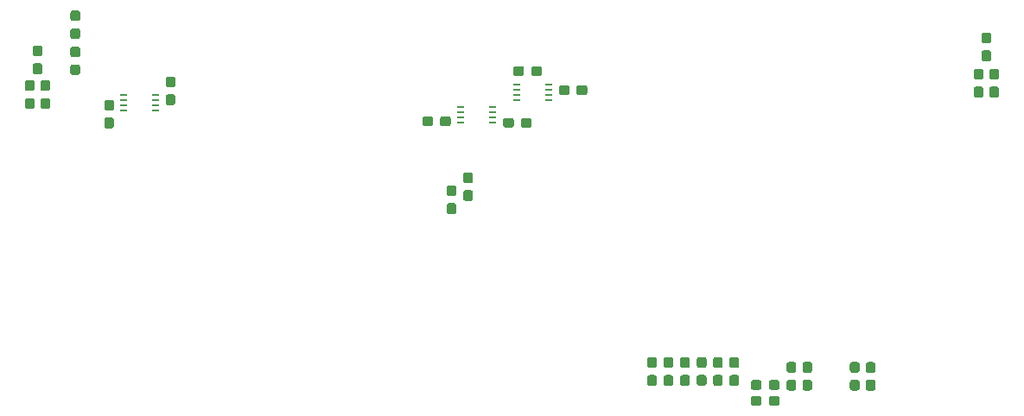
<source format=gbr>
G04 #@! TF.GenerationSoftware,KiCad,Pcbnew,5.1.4+dfsg1-1*
G04 #@! TF.CreationDate,2019-10-28T17:39:09+02:00*
G04 #@! TF.ProjectId,backplane,6261636b-706c-4616-9e65-2e6b69636164,rev?*
G04 #@! TF.SameCoordinates,Original*
G04 #@! TF.FileFunction,Paste,Top*
G04 #@! TF.FilePolarity,Positive*
%FSLAX46Y46*%
G04 Gerber Fmt 4.6, Leading zero omitted, Abs format (unit mm)*
G04 Created by KiCad (PCBNEW 5.1.4+dfsg1-1) date 2019-10-28 17:39:09*
%MOMM*%
%LPD*%
G04 APERTURE LIST*
%ADD10C,0.100000*%
%ADD11C,0.950000*%
%ADD12R,0.750000X0.250000*%
G04 APERTURE END LIST*
D10*
G36*
X97860779Y-79851144D02*
G01*
X97883834Y-79854563D01*
X97906443Y-79860227D01*
X97928387Y-79868079D01*
X97949457Y-79878044D01*
X97969448Y-79890026D01*
X97988168Y-79903910D01*
X98005438Y-79919562D01*
X98021090Y-79936832D01*
X98034974Y-79955552D01*
X98046956Y-79975543D01*
X98056921Y-79996613D01*
X98064773Y-80018557D01*
X98070437Y-80041166D01*
X98073856Y-80064221D01*
X98075000Y-80087500D01*
X98075000Y-80662500D01*
X98073856Y-80685779D01*
X98070437Y-80708834D01*
X98064773Y-80731443D01*
X98056921Y-80753387D01*
X98046956Y-80774457D01*
X98034974Y-80794448D01*
X98021090Y-80813168D01*
X98005438Y-80830438D01*
X97988168Y-80846090D01*
X97969448Y-80859974D01*
X97949457Y-80871956D01*
X97928387Y-80881921D01*
X97906443Y-80889773D01*
X97883834Y-80895437D01*
X97860779Y-80898856D01*
X97837500Y-80900000D01*
X97362500Y-80900000D01*
X97339221Y-80898856D01*
X97316166Y-80895437D01*
X97293557Y-80889773D01*
X97271613Y-80881921D01*
X97250543Y-80871956D01*
X97230552Y-80859974D01*
X97211832Y-80846090D01*
X97194562Y-80830438D01*
X97178910Y-80813168D01*
X97165026Y-80794448D01*
X97153044Y-80774457D01*
X97143079Y-80753387D01*
X97135227Y-80731443D01*
X97129563Y-80708834D01*
X97126144Y-80685779D01*
X97125000Y-80662500D01*
X97125000Y-80087500D01*
X97126144Y-80064221D01*
X97129563Y-80041166D01*
X97135227Y-80018557D01*
X97143079Y-79996613D01*
X97153044Y-79975543D01*
X97165026Y-79955552D01*
X97178910Y-79936832D01*
X97194562Y-79919562D01*
X97211832Y-79903910D01*
X97230552Y-79890026D01*
X97250543Y-79878044D01*
X97271613Y-79868079D01*
X97293557Y-79860227D01*
X97316166Y-79854563D01*
X97339221Y-79851144D01*
X97362500Y-79850000D01*
X97837500Y-79850000D01*
X97860779Y-79851144D01*
X97860779Y-79851144D01*
G37*
D11*
X97600000Y-80375000D03*
D10*
G36*
X97860779Y-78101144D02*
G01*
X97883834Y-78104563D01*
X97906443Y-78110227D01*
X97928387Y-78118079D01*
X97949457Y-78128044D01*
X97969448Y-78140026D01*
X97988168Y-78153910D01*
X98005438Y-78169562D01*
X98021090Y-78186832D01*
X98034974Y-78205552D01*
X98046956Y-78225543D01*
X98056921Y-78246613D01*
X98064773Y-78268557D01*
X98070437Y-78291166D01*
X98073856Y-78314221D01*
X98075000Y-78337500D01*
X98075000Y-78912500D01*
X98073856Y-78935779D01*
X98070437Y-78958834D01*
X98064773Y-78981443D01*
X98056921Y-79003387D01*
X98046956Y-79024457D01*
X98034974Y-79044448D01*
X98021090Y-79063168D01*
X98005438Y-79080438D01*
X97988168Y-79096090D01*
X97969448Y-79109974D01*
X97949457Y-79121956D01*
X97928387Y-79131921D01*
X97906443Y-79139773D01*
X97883834Y-79145437D01*
X97860779Y-79148856D01*
X97837500Y-79150000D01*
X97362500Y-79150000D01*
X97339221Y-79148856D01*
X97316166Y-79145437D01*
X97293557Y-79139773D01*
X97271613Y-79131921D01*
X97250543Y-79121956D01*
X97230552Y-79109974D01*
X97211832Y-79096090D01*
X97194562Y-79080438D01*
X97178910Y-79063168D01*
X97165026Y-79044448D01*
X97153044Y-79024457D01*
X97143079Y-79003387D01*
X97135227Y-78981443D01*
X97129563Y-78958834D01*
X97126144Y-78935779D01*
X97125000Y-78912500D01*
X97125000Y-78337500D01*
X97126144Y-78314221D01*
X97129563Y-78291166D01*
X97135227Y-78268557D01*
X97143079Y-78246613D01*
X97153044Y-78225543D01*
X97165026Y-78205552D01*
X97178910Y-78186832D01*
X97194562Y-78169562D01*
X97211832Y-78153910D01*
X97230552Y-78140026D01*
X97250543Y-78128044D01*
X97271613Y-78118079D01*
X97293557Y-78110227D01*
X97316166Y-78104563D01*
X97339221Y-78101144D01*
X97362500Y-78100000D01*
X97837500Y-78100000D01*
X97860779Y-78101144D01*
X97860779Y-78101144D01*
G37*
D11*
X97600000Y-78625000D03*
D10*
G36*
X155310779Y-107876144D02*
G01*
X155333834Y-107879563D01*
X155356443Y-107885227D01*
X155378387Y-107893079D01*
X155399457Y-107903044D01*
X155419448Y-107915026D01*
X155438168Y-107928910D01*
X155455438Y-107944562D01*
X155471090Y-107961832D01*
X155484974Y-107980552D01*
X155496956Y-108000543D01*
X155506921Y-108021613D01*
X155514773Y-108043557D01*
X155520437Y-108066166D01*
X155523856Y-108089221D01*
X155525000Y-108112500D01*
X155525000Y-108587500D01*
X155523856Y-108610779D01*
X155520437Y-108633834D01*
X155514773Y-108656443D01*
X155506921Y-108678387D01*
X155496956Y-108699457D01*
X155484974Y-108719448D01*
X155471090Y-108738168D01*
X155455438Y-108755438D01*
X155438168Y-108771090D01*
X155419448Y-108784974D01*
X155399457Y-108796956D01*
X155378387Y-108806921D01*
X155356443Y-108814773D01*
X155333834Y-108820437D01*
X155310779Y-108823856D01*
X155287500Y-108825000D01*
X154712500Y-108825000D01*
X154689221Y-108823856D01*
X154666166Y-108820437D01*
X154643557Y-108814773D01*
X154621613Y-108806921D01*
X154600543Y-108796956D01*
X154580552Y-108784974D01*
X154561832Y-108771090D01*
X154544562Y-108755438D01*
X154528910Y-108738168D01*
X154515026Y-108719448D01*
X154503044Y-108699457D01*
X154493079Y-108678387D01*
X154485227Y-108656443D01*
X154479563Y-108633834D01*
X154476144Y-108610779D01*
X154475000Y-108587500D01*
X154475000Y-108112500D01*
X154476144Y-108089221D01*
X154479563Y-108066166D01*
X154485227Y-108043557D01*
X154493079Y-108021613D01*
X154503044Y-108000543D01*
X154515026Y-107980552D01*
X154528910Y-107961832D01*
X154544562Y-107944562D01*
X154561832Y-107928910D01*
X154580552Y-107915026D01*
X154600543Y-107903044D01*
X154621613Y-107893079D01*
X154643557Y-107885227D01*
X154666166Y-107879563D01*
X154689221Y-107876144D01*
X154712500Y-107875000D01*
X155287500Y-107875000D01*
X155310779Y-107876144D01*
X155310779Y-107876144D01*
G37*
D11*
X155000000Y-108350000D03*
D10*
G36*
X157060779Y-107876144D02*
G01*
X157083834Y-107879563D01*
X157106443Y-107885227D01*
X157128387Y-107893079D01*
X157149457Y-107903044D01*
X157169448Y-107915026D01*
X157188168Y-107928910D01*
X157205438Y-107944562D01*
X157221090Y-107961832D01*
X157234974Y-107980552D01*
X157246956Y-108000543D01*
X157256921Y-108021613D01*
X157264773Y-108043557D01*
X157270437Y-108066166D01*
X157273856Y-108089221D01*
X157275000Y-108112500D01*
X157275000Y-108587500D01*
X157273856Y-108610779D01*
X157270437Y-108633834D01*
X157264773Y-108656443D01*
X157256921Y-108678387D01*
X157246956Y-108699457D01*
X157234974Y-108719448D01*
X157221090Y-108738168D01*
X157205438Y-108755438D01*
X157188168Y-108771090D01*
X157169448Y-108784974D01*
X157149457Y-108796956D01*
X157128387Y-108806921D01*
X157106443Y-108814773D01*
X157083834Y-108820437D01*
X157060779Y-108823856D01*
X157037500Y-108825000D01*
X156462500Y-108825000D01*
X156439221Y-108823856D01*
X156416166Y-108820437D01*
X156393557Y-108814773D01*
X156371613Y-108806921D01*
X156350543Y-108796956D01*
X156330552Y-108784974D01*
X156311832Y-108771090D01*
X156294562Y-108755438D01*
X156278910Y-108738168D01*
X156265026Y-108719448D01*
X156253044Y-108699457D01*
X156243079Y-108678387D01*
X156235227Y-108656443D01*
X156229563Y-108633834D01*
X156226144Y-108610779D01*
X156225000Y-108587500D01*
X156225000Y-108112500D01*
X156226144Y-108089221D01*
X156229563Y-108066166D01*
X156235227Y-108043557D01*
X156243079Y-108021613D01*
X156253044Y-108000543D01*
X156265026Y-107980552D01*
X156278910Y-107961832D01*
X156294562Y-107944562D01*
X156311832Y-107928910D01*
X156330552Y-107915026D01*
X156350543Y-107903044D01*
X156371613Y-107893079D01*
X156393557Y-107885227D01*
X156416166Y-107879563D01*
X156439221Y-107876144D01*
X156462500Y-107875000D01*
X157037500Y-107875000D01*
X157060779Y-107876144D01*
X157060779Y-107876144D01*
G37*
D11*
X156750000Y-108350000D03*
D10*
G36*
X84842779Y-76805144D02*
G01*
X84865834Y-76808563D01*
X84888443Y-76814227D01*
X84910387Y-76822079D01*
X84931457Y-76832044D01*
X84951448Y-76844026D01*
X84970168Y-76857910D01*
X84987438Y-76873562D01*
X85003090Y-76890832D01*
X85016974Y-76909552D01*
X85028956Y-76929543D01*
X85038921Y-76950613D01*
X85046773Y-76972557D01*
X85052437Y-76995166D01*
X85055856Y-77018221D01*
X85057000Y-77041500D01*
X85057000Y-77616500D01*
X85055856Y-77639779D01*
X85052437Y-77662834D01*
X85046773Y-77685443D01*
X85038921Y-77707387D01*
X85028956Y-77728457D01*
X85016974Y-77748448D01*
X85003090Y-77767168D01*
X84987438Y-77784438D01*
X84970168Y-77800090D01*
X84951448Y-77813974D01*
X84931457Y-77825956D01*
X84910387Y-77835921D01*
X84888443Y-77843773D01*
X84865834Y-77849437D01*
X84842779Y-77852856D01*
X84819500Y-77854000D01*
X84344500Y-77854000D01*
X84321221Y-77852856D01*
X84298166Y-77849437D01*
X84275557Y-77843773D01*
X84253613Y-77835921D01*
X84232543Y-77825956D01*
X84212552Y-77813974D01*
X84193832Y-77800090D01*
X84176562Y-77784438D01*
X84160910Y-77767168D01*
X84147026Y-77748448D01*
X84135044Y-77728457D01*
X84125079Y-77707387D01*
X84117227Y-77685443D01*
X84111563Y-77662834D01*
X84108144Y-77639779D01*
X84107000Y-77616500D01*
X84107000Y-77041500D01*
X84108144Y-77018221D01*
X84111563Y-76995166D01*
X84117227Y-76972557D01*
X84125079Y-76950613D01*
X84135044Y-76929543D01*
X84147026Y-76909552D01*
X84160910Y-76890832D01*
X84176562Y-76873562D01*
X84193832Y-76857910D01*
X84212552Y-76844026D01*
X84232543Y-76832044D01*
X84253613Y-76822079D01*
X84275557Y-76814227D01*
X84298166Y-76808563D01*
X84321221Y-76805144D01*
X84344500Y-76804000D01*
X84819500Y-76804000D01*
X84842779Y-76805144D01*
X84842779Y-76805144D01*
G37*
D11*
X84582000Y-77329000D03*
D10*
G36*
X84842779Y-75055144D02*
G01*
X84865834Y-75058563D01*
X84888443Y-75064227D01*
X84910387Y-75072079D01*
X84931457Y-75082044D01*
X84951448Y-75094026D01*
X84970168Y-75107910D01*
X84987438Y-75123562D01*
X85003090Y-75140832D01*
X85016974Y-75159552D01*
X85028956Y-75179543D01*
X85038921Y-75200613D01*
X85046773Y-75222557D01*
X85052437Y-75245166D01*
X85055856Y-75268221D01*
X85057000Y-75291500D01*
X85057000Y-75866500D01*
X85055856Y-75889779D01*
X85052437Y-75912834D01*
X85046773Y-75935443D01*
X85038921Y-75957387D01*
X85028956Y-75978457D01*
X85016974Y-75998448D01*
X85003090Y-76017168D01*
X84987438Y-76034438D01*
X84970168Y-76050090D01*
X84951448Y-76063974D01*
X84931457Y-76075956D01*
X84910387Y-76085921D01*
X84888443Y-76093773D01*
X84865834Y-76099437D01*
X84842779Y-76102856D01*
X84819500Y-76104000D01*
X84344500Y-76104000D01*
X84321221Y-76102856D01*
X84298166Y-76099437D01*
X84275557Y-76093773D01*
X84253613Y-76085921D01*
X84232543Y-76075956D01*
X84212552Y-76063974D01*
X84193832Y-76050090D01*
X84176562Y-76034438D01*
X84160910Y-76017168D01*
X84147026Y-75998448D01*
X84135044Y-75978457D01*
X84125079Y-75957387D01*
X84117227Y-75935443D01*
X84111563Y-75912834D01*
X84108144Y-75889779D01*
X84107000Y-75866500D01*
X84107000Y-75291500D01*
X84108144Y-75268221D01*
X84111563Y-75245166D01*
X84117227Y-75222557D01*
X84125079Y-75200613D01*
X84135044Y-75179543D01*
X84147026Y-75159552D01*
X84160910Y-75140832D01*
X84176562Y-75123562D01*
X84193832Y-75107910D01*
X84212552Y-75094026D01*
X84232543Y-75082044D01*
X84253613Y-75072079D01*
X84275557Y-75064227D01*
X84298166Y-75058563D01*
X84321221Y-75055144D01*
X84344500Y-75054000D01*
X84819500Y-75054000D01*
X84842779Y-75055144D01*
X84842779Y-75055144D01*
G37*
D11*
X84582000Y-75579000D03*
D10*
G36*
X157060779Y-109426144D02*
G01*
X157083834Y-109429563D01*
X157106443Y-109435227D01*
X157128387Y-109443079D01*
X157149457Y-109453044D01*
X157169448Y-109465026D01*
X157188168Y-109478910D01*
X157205438Y-109494562D01*
X157221090Y-109511832D01*
X157234974Y-109530552D01*
X157246956Y-109550543D01*
X157256921Y-109571613D01*
X157264773Y-109593557D01*
X157270437Y-109616166D01*
X157273856Y-109639221D01*
X157275000Y-109662500D01*
X157275000Y-110137500D01*
X157273856Y-110160779D01*
X157270437Y-110183834D01*
X157264773Y-110206443D01*
X157256921Y-110228387D01*
X157246956Y-110249457D01*
X157234974Y-110269448D01*
X157221090Y-110288168D01*
X157205438Y-110305438D01*
X157188168Y-110321090D01*
X157169448Y-110334974D01*
X157149457Y-110346956D01*
X157128387Y-110356921D01*
X157106443Y-110364773D01*
X157083834Y-110370437D01*
X157060779Y-110373856D01*
X157037500Y-110375000D01*
X156462500Y-110375000D01*
X156439221Y-110373856D01*
X156416166Y-110370437D01*
X156393557Y-110364773D01*
X156371613Y-110356921D01*
X156350543Y-110346956D01*
X156330552Y-110334974D01*
X156311832Y-110321090D01*
X156294562Y-110305438D01*
X156278910Y-110288168D01*
X156265026Y-110269448D01*
X156253044Y-110249457D01*
X156243079Y-110228387D01*
X156235227Y-110206443D01*
X156229563Y-110183834D01*
X156226144Y-110160779D01*
X156225000Y-110137500D01*
X156225000Y-109662500D01*
X156226144Y-109639221D01*
X156229563Y-109616166D01*
X156235227Y-109593557D01*
X156243079Y-109571613D01*
X156253044Y-109550543D01*
X156265026Y-109530552D01*
X156278910Y-109511832D01*
X156294562Y-109494562D01*
X156311832Y-109478910D01*
X156330552Y-109465026D01*
X156350543Y-109453044D01*
X156371613Y-109443079D01*
X156393557Y-109435227D01*
X156416166Y-109429563D01*
X156439221Y-109426144D01*
X156462500Y-109425000D01*
X157037500Y-109425000D01*
X157060779Y-109426144D01*
X157060779Y-109426144D01*
G37*
D11*
X156750000Y-109900000D03*
D10*
G36*
X155310779Y-109426144D02*
G01*
X155333834Y-109429563D01*
X155356443Y-109435227D01*
X155378387Y-109443079D01*
X155399457Y-109453044D01*
X155419448Y-109465026D01*
X155438168Y-109478910D01*
X155455438Y-109494562D01*
X155471090Y-109511832D01*
X155484974Y-109530552D01*
X155496956Y-109550543D01*
X155506921Y-109571613D01*
X155514773Y-109593557D01*
X155520437Y-109616166D01*
X155523856Y-109639221D01*
X155525000Y-109662500D01*
X155525000Y-110137500D01*
X155523856Y-110160779D01*
X155520437Y-110183834D01*
X155514773Y-110206443D01*
X155506921Y-110228387D01*
X155496956Y-110249457D01*
X155484974Y-110269448D01*
X155471090Y-110288168D01*
X155455438Y-110305438D01*
X155438168Y-110321090D01*
X155419448Y-110334974D01*
X155399457Y-110346956D01*
X155378387Y-110356921D01*
X155356443Y-110364773D01*
X155333834Y-110370437D01*
X155310779Y-110373856D01*
X155287500Y-110375000D01*
X154712500Y-110375000D01*
X154689221Y-110373856D01*
X154666166Y-110370437D01*
X154643557Y-110364773D01*
X154621613Y-110356921D01*
X154600543Y-110346956D01*
X154580552Y-110334974D01*
X154561832Y-110321090D01*
X154544562Y-110305438D01*
X154528910Y-110288168D01*
X154515026Y-110269448D01*
X154503044Y-110249457D01*
X154493079Y-110228387D01*
X154485227Y-110206443D01*
X154479563Y-110183834D01*
X154476144Y-110160779D01*
X154475000Y-110137500D01*
X154475000Y-109662500D01*
X154476144Y-109639221D01*
X154479563Y-109616166D01*
X154485227Y-109593557D01*
X154493079Y-109571613D01*
X154503044Y-109550543D01*
X154515026Y-109530552D01*
X154528910Y-109511832D01*
X154544562Y-109494562D01*
X154561832Y-109478910D01*
X154580552Y-109465026D01*
X154600543Y-109453044D01*
X154621613Y-109443079D01*
X154643557Y-109435227D01*
X154666166Y-109429563D01*
X154689221Y-109426144D01*
X154712500Y-109425000D01*
X155287500Y-109425000D01*
X155310779Y-109426144D01*
X155310779Y-109426144D01*
G37*
D11*
X155000000Y-109900000D03*
D10*
G36*
X91860779Y-80376144D02*
G01*
X91883834Y-80379563D01*
X91906443Y-80385227D01*
X91928387Y-80393079D01*
X91949457Y-80403044D01*
X91969448Y-80415026D01*
X91988168Y-80428910D01*
X92005438Y-80444562D01*
X92021090Y-80461832D01*
X92034974Y-80480552D01*
X92046956Y-80500543D01*
X92056921Y-80521613D01*
X92064773Y-80543557D01*
X92070437Y-80566166D01*
X92073856Y-80589221D01*
X92075000Y-80612500D01*
X92075000Y-81187500D01*
X92073856Y-81210779D01*
X92070437Y-81233834D01*
X92064773Y-81256443D01*
X92056921Y-81278387D01*
X92046956Y-81299457D01*
X92034974Y-81319448D01*
X92021090Y-81338168D01*
X92005438Y-81355438D01*
X91988168Y-81371090D01*
X91969448Y-81384974D01*
X91949457Y-81396956D01*
X91928387Y-81406921D01*
X91906443Y-81414773D01*
X91883834Y-81420437D01*
X91860779Y-81423856D01*
X91837500Y-81425000D01*
X91362500Y-81425000D01*
X91339221Y-81423856D01*
X91316166Y-81420437D01*
X91293557Y-81414773D01*
X91271613Y-81406921D01*
X91250543Y-81396956D01*
X91230552Y-81384974D01*
X91211832Y-81371090D01*
X91194562Y-81355438D01*
X91178910Y-81338168D01*
X91165026Y-81319448D01*
X91153044Y-81299457D01*
X91143079Y-81278387D01*
X91135227Y-81256443D01*
X91129563Y-81233834D01*
X91126144Y-81210779D01*
X91125000Y-81187500D01*
X91125000Y-80612500D01*
X91126144Y-80589221D01*
X91129563Y-80566166D01*
X91135227Y-80543557D01*
X91143079Y-80521613D01*
X91153044Y-80500543D01*
X91165026Y-80480552D01*
X91178910Y-80461832D01*
X91194562Y-80444562D01*
X91211832Y-80428910D01*
X91230552Y-80415026D01*
X91250543Y-80403044D01*
X91271613Y-80393079D01*
X91293557Y-80385227D01*
X91316166Y-80379563D01*
X91339221Y-80376144D01*
X91362500Y-80375000D01*
X91837500Y-80375000D01*
X91860779Y-80376144D01*
X91860779Y-80376144D01*
G37*
D11*
X91600000Y-80900000D03*
D10*
G36*
X91860779Y-82126144D02*
G01*
X91883834Y-82129563D01*
X91906443Y-82135227D01*
X91928387Y-82143079D01*
X91949457Y-82153044D01*
X91969448Y-82165026D01*
X91988168Y-82178910D01*
X92005438Y-82194562D01*
X92021090Y-82211832D01*
X92034974Y-82230552D01*
X92046956Y-82250543D01*
X92056921Y-82271613D01*
X92064773Y-82293557D01*
X92070437Y-82316166D01*
X92073856Y-82339221D01*
X92075000Y-82362500D01*
X92075000Y-82937500D01*
X92073856Y-82960779D01*
X92070437Y-82983834D01*
X92064773Y-83006443D01*
X92056921Y-83028387D01*
X92046956Y-83049457D01*
X92034974Y-83069448D01*
X92021090Y-83088168D01*
X92005438Y-83105438D01*
X91988168Y-83121090D01*
X91969448Y-83134974D01*
X91949457Y-83146956D01*
X91928387Y-83156921D01*
X91906443Y-83164773D01*
X91883834Y-83170437D01*
X91860779Y-83173856D01*
X91837500Y-83175000D01*
X91362500Y-83175000D01*
X91339221Y-83173856D01*
X91316166Y-83170437D01*
X91293557Y-83164773D01*
X91271613Y-83156921D01*
X91250543Y-83146956D01*
X91230552Y-83134974D01*
X91211832Y-83121090D01*
X91194562Y-83105438D01*
X91178910Y-83088168D01*
X91165026Y-83069448D01*
X91153044Y-83049457D01*
X91143079Y-83028387D01*
X91135227Y-83006443D01*
X91129563Y-82983834D01*
X91126144Y-82960779D01*
X91125000Y-82937500D01*
X91125000Y-82362500D01*
X91126144Y-82339221D01*
X91129563Y-82316166D01*
X91135227Y-82293557D01*
X91143079Y-82271613D01*
X91153044Y-82250543D01*
X91165026Y-82230552D01*
X91178910Y-82211832D01*
X91194562Y-82194562D01*
X91211832Y-82178910D01*
X91230552Y-82165026D01*
X91250543Y-82153044D01*
X91271613Y-82143079D01*
X91293557Y-82135227D01*
X91316166Y-82129563D01*
X91339221Y-82126144D01*
X91362500Y-82125000D01*
X91837500Y-82125000D01*
X91860779Y-82126144D01*
X91860779Y-82126144D01*
G37*
D11*
X91600000Y-82650000D03*
D10*
G36*
X133785779Y-77076144D02*
G01*
X133808834Y-77079563D01*
X133831443Y-77085227D01*
X133853387Y-77093079D01*
X133874457Y-77103044D01*
X133894448Y-77115026D01*
X133913168Y-77128910D01*
X133930438Y-77144562D01*
X133946090Y-77161832D01*
X133959974Y-77180552D01*
X133971956Y-77200543D01*
X133981921Y-77221613D01*
X133989773Y-77243557D01*
X133995437Y-77266166D01*
X133998856Y-77289221D01*
X134000000Y-77312500D01*
X134000000Y-77787500D01*
X133998856Y-77810779D01*
X133995437Y-77833834D01*
X133989773Y-77856443D01*
X133981921Y-77878387D01*
X133971956Y-77899457D01*
X133959974Y-77919448D01*
X133946090Y-77938168D01*
X133930438Y-77955438D01*
X133913168Y-77971090D01*
X133894448Y-77984974D01*
X133874457Y-77996956D01*
X133853387Y-78006921D01*
X133831443Y-78014773D01*
X133808834Y-78020437D01*
X133785779Y-78023856D01*
X133762500Y-78025000D01*
X133187500Y-78025000D01*
X133164221Y-78023856D01*
X133141166Y-78020437D01*
X133118557Y-78014773D01*
X133096613Y-78006921D01*
X133075543Y-77996956D01*
X133055552Y-77984974D01*
X133036832Y-77971090D01*
X133019562Y-77955438D01*
X133003910Y-77938168D01*
X132990026Y-77919448D01*
X132978044Y-77899457D01*
X132968079Y-77878387D01*
X132960227Y-77856443D01*
X132954563Y-77833834D01*
X132951144Y-77810779D01*
X132950000Y-77787500D01*
X132950000Y-77312500D01*
X132951144Y-77289221D01*
X132954563Y-77266166D01*
X132960227Y-77243557D01*
X132968079Y-77221613D01*
X132978044Y-77200543D01*
X132990026Y-77180552D01*
X133003910Y-77161832D01*
X133019562Y-77144562D01*
X133036832Y-77128910D01*
X133055552Y-77115026D01*
X133075543Y-77103044D01*
X133096613Y-77093079D01*
X133118557Y-77085227D01*
X133141166Y-77079563D01*
X133164221Y-77076144D01*
X133187500Y-77075000D01*
X133762500Y-77075000D01*
X133785779Y-77076144D01*
X133785779Y-77076144D01*
G37*
D11*
X133475000Y-77550000D03*
D10*
G36*
X132035779Y-77076144D02*
G01*
X132058834Y-77079563D01*
X132081443Y-77085227D01*
X132103387Y-77093079D01*
X132124457Y-77103044D01*
X132144448Y-77115026D01*
X132163168Y-77128910D01*
X132180438Y-77144562D01*
X132196090Y-77161832D01*
X132209974Y-77180552D01*
X132221956Y-77200543D01*
X132231921Y-77221613D01*
X132239773Y-77243557D01*
X132245437Y-77266166D01*
X132248856Y-77289221D01*
X132250000Y-77312500D01*
X132250000Y-77787500D01*
X132248856Y-77810779D01*
X132245437Y-77833834D01*
X132239773Y-77856443D01*
X132231921Y-77878387D01*
X132221956Y-77899457D01*
X132209974Y-77919448D01*
X132196090Y-77938168D01*
X132180438Y-77955438D01*
X132163168Y-77971090D01*
X132144448Y-77984974D01*
X132124457Y-77996956D01*
X132103387Y-78006921D01*
X132081443Y-78014773D01*
X132058834Y-78020437D01*
X132035779Y-78023856D01*
X132012500Y-78025000D01*
X131437500Y-78025000D01*
X131414221Y-78023856D01*
X131391166Y-78020437D01*
X131368557Y-78014773D01*
X131346613Y-78006921D01*
X131325543Y-77996956D01*
X131305552Y-77984974D01*
X131286832Y-77971090D01*
X131269562Y-77955438D01*
X131253910Y-77938168D01*
X131240026Y-77919448D01*
X131228044Y-77899457D01*
X131218079Y-77878387D01*
X131210227Y-77856443D01*
X131204563Y-77833834D01*
X131201144Y-77810779D01*
X131200000Y-77787500D01*
X131200000Y-77312500D01*
X131201144Y-77289221D01*
X131204563Y-77266166D01*
X131210227Y-77243557D01*
X131218079Y-77221613D01*
X131228044Y-77200543D01*
X131240026Y-77180552D01*
X131253910Y-77161832D01*
X131269562Y-77144562D01*
X131286832Y-77128910D01*
X131305552Y-77115026D01*
X131325543Y-77103044D01*
X131346613Y-77093079D01*
X131368557Y-77085227D01*
X131391166Y-77079563D01*
X131414221Y-77076144D01*
X131437500Y-77075000D01*
X132012500Y-77075000D01*
X132035779Y-77076144D01*
X132035779Y-77076144D01*
G37*
D11*
X131725000Y-77550000D03*
D10*
G36*
X136485779Y-78951144D02*
G01*
X136508834Y-78954563D01*
X136531443Y-78960227D01*
X136553387Y-78968079D01*
X136574457Y-78978044D01*
X136594448Y-78990026D01*
X136613168Y-79003910D01*
X136630438Y-79019562D01*
X136646090Y-79036832D01*
X136659974Y-79055552D01*
X136671956Y-79075543D01*
X136681921Y-79096613D01*
X136689773Y-79118557D01*
X136695437Y-79141166D01*
X136698856Y-79164221D01*
X136700000Y-79187500D01*
X136700000Y-79662500D01*
X136698856Y-79685779D01*
X136695437Y-79708834D01*
X136689773Y-79731443D01*
X136681921Y-79753387D01*
X136671956Y-79774457D01*
X136659974Y-79794448D01*
X136646090Y-79813168D01*
X136630438Y-79830438D01*
X136613168Y-79846090D01*
X136594448Y-79859974D01*
X136574457Y-79871956D01*
X136553387Y-79881921D01*
X136531443Y-79889773D01*
X136508834Y-79895437D01*
X136485779Y-79898856D01*
X136462500Y-79900000D01*
X135887500Y-79900000D01*
X135864221Y-79898856D01*
X135841166Y-79895437D01*
X135818557Y-79889773D01*
X135796613Y-79881921D01*
X135775543Y-79871956D01*
X135755552Y-79859974D01*
X135736832Y-79846090D01*
X135719562Y-79830438D01*
X135703910Y-79813168D01*
X135690026Y-79794448D01*
X135678044Y-79774457D01*
X135668079Y-79753387D01*
X135660227Y-79731443D01*
X135654563Y-79708834D01*
X135651144Y-79685779D01*
X135650000Y-79662500D01*
X135650000Y-79187500D01*
X135651144Y-79164221D01*
X135654563Y-79141166D01*
X135660227Y-79118557D01*
X135668079Y-79096613D01*
X135678044Y-79075543D01*
X135690026Y-79055552D01*
X135703910Y-79036832D01*
X135719562Y-79019562D01*
X135736832Y-79003910D01*
X135755552Y-78990026D01*
X135775543Y-78978044D01*
X135796613Y-78968079D01*
X135818557Y-78960227D01*
X135841166Y-78954563D01*
X135864221Y-78951144D01*
X135887500Y-78950000D01*
X136462500Y-78950000D01*
X136485779Y-78951144D01*
X136485779Y-78951144D01*
G37*
D11*
X136175000Y-79425000D03*
D10*
G36*
X138235779Y-78951144D02*
G01*
X138258834Y-78954563D01*
X138281443Y-78960227D01*
X138303387Y-78968079D01*
X138324457Y-78978044D01*
X138344448Y-78990026D01*
X138363168Y-79003910D01*
X138380438Y-79019562D01*
X138396090Y-79036832D01*
X138409974Y-79055552D01*
X138421956Y-79075543D01*
X138431921Y-79096613D01*
X138439773Y-79118557D01*
X138445437Y-79141166D01*
X138448856Y-79164221D01*
X138450000Y-79187500D01*
X138450000Y-79662500D01*
X138448856Y-79685779D01*
X138445437Y-79708834D01*
X138439773Y-79731443D01*
X138431921Y-79753387D01*
X138421956Y-79774457D01*
X138409974Y-79794448D01*
X138396090Y-79813168D01*
X138380438Y-79830438D01*
X138363168Y-79846090D01*
X138344448Y-79859974D01*
X138324457Y-79871956D01*
X138303387Y-79881921D01*
X138281443Y-79889773D01*
X138258834Y-79895437D01*
X138235779Y-79898856D01*
X138212500Y-79900000D01*
X137637500Y-79900000D01*
X137614221Y-79898856D01*
X137591166Y-79895437D01*
X137568557Y-79889773D01*
X137546613Y-79881921D01*
X137525543Y-79871956D01*
X137505552Y-79859974D01*
X137486832Y-79846090D01*
X137469562Y-79830438D01*
X137453910Y-79813168D01*
X137440026Y-79794448D01*
X137428044Y-79774457D01*
X137418079Y-79753387D01*
X137410227Y-79731443D01*
X137404563Y-79708834D01*
X137401144Y-79685779D01*
X137400000Y-79662500D01*
X137400000Y-79187500D01*
X137401144Y-79164221D01*
X137404563Y-79141166D01*
X137410227Y-79118557D01*
X137418079Y-79096613D01*
X137428044Y-79075543D01*
X137440026Y-79055552D01*
X137453910Y-79036832D01*
X137469562Y-79019562D01*
X137486832Y-79003910D01*
X137505552Y-78990026D01*
X137525543Y-78978044D01*
X137546613Y-78968079D01*
X137568557Y-78960227D01*
X137591166Y-78954563D01*
X137614221Y-78951144D01*
X137637500Y-78950000D01*
X138212500Y-78950000D01*
X138235779Y-78951144D01*
X138235779Y-78951144D01*
G37*
D11*
X137925000Y-79425000D03*
D10*
G36*
X124860779Y-82001144D02*
G01*
X124883834Y-82004563D01*
X124906443Y-82010227D01*
X124928387Y-82018079D01*
X124949457Y-82028044D01*
X124969448Y-82040026D01*
X124988168Y-82053910D01*
X125005438Y-82069562D01*
X125021090Y-82086832D01*
X125034974Y-82105552D01*
X125046956Y-82125543D01*
X125056921Y-82146613D01*
X125064773Y-82168557D01*
X125070437Y-82191166D01*
X125073856Y-82214221D01*
X125075000Y-82237500D01*
X125075000Y-82712500D01*
X125073856Y-82735779D01*
X125070437Y-82758834D01*
X125064773Y-82781443D01*
X125056921Y-82803387D01*
X125046956Y-82824457D01*
X125034974Y-82844448D01*
X125021090Y-82863168D01*
X125005438Y-82880438D01*
X124988168Y-82896090D01*
X124969448Y-82909974D01*
X124949457Y-82921956D01*
X124928387Y-82931921D01*
X124906443Y-82939773D01*
X124883834Y-82945437D01*
X124860779Y-82948856D01*
X124837500Y-82950000D01*
X124262500Y-82950000D01*
X124239221Y-82948856D01*
X124216166Y-82945437D01*
X124193557Y-82939773D01*
X124171613Y-82931921D01*
X124150543Y-82921956D01*
X124130552Y-82909974D01*
X124111832Y-82896090D01*
X124094562Y-82880438D01*
X124078910Y-82863168D01*
X124065026Y-82844448D01*
X124053044Y-82824457D01*
X124043079Y-82803387D01*
X124035227Y-82781443D01*
X124029563Y-82758834D01*
X124026144Y-82735779D01*
X124025000Y-82712500D01*
X124025000Y-82237500D01*
X124026144Y-82214221D01*
X124029563Y-82191166D01*
X124035227Y-82168557D01*
X124043079Y-82146613D01*
X124053044Y-82125543D01*
X124065026Y-82105552D01*
X124078910Y-82086832D01*
X124094562Y-82069562D01*
X124111832Y-82053910D01*
X124130552Y-82040026D01*
X124150543Y-82028044D01*
X124171613Y-82018079D01*
X124193557Y-82010227D01*
X124216166Y-82004563D01*
X124239221Y-82001144D01*
X124262500Y-82000000D01*
X124837500Y-82000000D01*
X124860779Y-82001144D01*
X124860779Y-82001144D01*
G37*
D11*
X124550000Y-82475000D03*
D10*
G36*
X123110779Y-82001144D02*
G01*
X123133834Y-82004563D01*
X123156443Y-82010227D01*
X123178387Y-82018079D01*
X123199457Y-82028044D01*
X123219448Y-82040026D01*
X123238168Y-82053910D01*
X123255438Y-82069562D01*
X123271090Y-82086832D01*
X123284974Y-82105552D01*
X123296956Y-82125543D01*
X123306921Y-82146613D01*
X123314773Y-82168557D01*
X123320437Y-82191166D01*
X123323856Y-82214221D01*
X123325000Y-82237500D01*
X123325000Y-82712500D01*
X123323856Y-82735779D01*
X123320437Y-82758834D01*
X123314773Y-82781443D01*
X123306921Y-82803387D01*
X123296956Y-82824457D01*
X123284974Y-82844448D01*
X123271090Y-82863168D01*
X123255438Y-82880438D01*
X123238168Y-82896090D01*
X123219448Y-82909974D01*
X123199457Y-82921956D01*
X123178387Y-82931921D01*
X123156443Y-82939773D01*
X123133834Y-82945437D01*
X123110779Y-82948856D01*
X123087500Y-82950000D01*
X122512500Y-82950000D01*
X122489221Y-82948856D01*
X122466166Y-82945437D01*
X122443557Y-82939773D01*
X122421613Y-82931921D01*
X122400543Y-82921956D01*
X122380552Y-82909974D01*
X122361832Y-82896090D01*
X122344562Y-82880438D01*
X122328910Y-82863168D01*
X122315026Y-82844448D01*
X122303044Y-82824457D01*
X122293079Y-82803387D01*
X122285227Y-82781443D01*
X122279563Y-82758834D01*
X122276144Y-82735779D01*
X122275000Y-82712500D01*
X122275000Y-82237500D01*
X122276144Y-82214221D01*
X122279563Y-82191166D01*
X122285227Y-82168557D01*
X122293079Y-82146613D01*
X122303044Y-82125543D01*
X122315026Y-82105552D01*
X122328910Y-82086832D01*
X122344562Y-82069562D01*
X122361832Y-82053910D01*
X122380552Y-82040026D01*
X122400543Y-82028044D01*
X122421613Y-82018079D01*
X122443557Y-82010227D01*
X122466166Y-82004563D01*
X122489221Y-82001144D01*
X122512500Y-82000000D01*
X123087500Y-82000000D01*
X123110779Y-82001144D01*
X123110779Y-82001144D01*
G37*
D11*
X122800000Y-82475000D03*
D10*
G36*
X131035779Y-82151144D02*
G01*
X131058834Y-82154563D01*
X131081443Y-82160227D01*
X131103387Y-82168079D01*
X131124457Y-82178044D01*
X131144448Y-82190026D01*
X131163168Y-82203910D01*
X131180438Y-82219562D01*
X131196090Y-82236832D01*
X131209974Y-82255552D01*
X131221956Y-82275543D01*
X131231921Y-82296613D01*
X131239773Y-82318557D01*
X131245437Y-82341166D01*
X131248856Y-82364221D01*
X131250000Y-82387500D01*
X131250000Y-82862500D01*
X131248856Y-82885779D01*
X131245437Y-82908834D01*
X131239773Y-82931443D01*
X131231921Y-82953387D01*
X131221956Y-82974457D01*
X131209974Y-82994448D01*
X131196090Y-83013168D01*
X131180438Y-83030438D01*
X131163168Y-83046090D01*
X131144448Y-83059974D01*
X131124457Y-83071956D01*
X131103387Y-83081921D01*
X131081443Y-83089773D01*
X131058834Y-83095437D01*
X131035779Y-83098856D01*
X131012500Y-83100000D01*
X130437500Y-83100000D01*
X130414221Y-83098856D01*
X130391166Y-83095437D01*
X130368557Y-83089773D01*
X130346613Y-83081921D01*
X130325543Y-83071956D01*
X130305552Y-83059974D01*
X130286832Y-83046090D01*
X130269562Y-83030438D01*
X130253910Y-83013168D01*
X130240026Y-82994448D01*
X130228044Y-82974457D01*
X130218079Y-82953387D01*
X130210227Y-82931443D01*
X130204563Y-82908834D01*
X130201144Y-82885779D01*
X130200000Y-82862500D01*
X130200000Y-82387500D01*
X130201144Y-82364221D01*
X130204563Y-82341166D01*
X130210227Y-82318557D01*
X130218079Y-82296613D01*
X130228044Y-82275543D01*
X130240026Y-82255552D01*
X130253910Y-82236832D01*
X130269562Y-82219562D01*
X130286832Y-82203910D01*
X130305552Y-82190026D01*
X130325543Y-82178044D01*
X130346613Y-82168079D01*
X130368557Y-82160227D01*
X130391166Y-82154563D01*
X130414221Y-82151144D01*
X130437500Y-82150000D01*
X131012500Y-82150000D01*
X131035779Y-82151144D01*
X131035779Y-82151144D01*
G37*
D11*
X130725000Y-82625000D03*
D10*
G36*
X132785779Y-82151144D02*
G01*
X132808834Y-82154563D01*
X132831443Y-82160227D01*
X132853387Y-82168079D01*
X132874457Y-82178044D01*
X132894448Y-82190026D01*
X132913168Y-82203910D01*
X132930438Y-82219562D01*
X132946090Y-82236832D01*
X132959974Y-82255552D01*
X132971956Y-82275543D01*
X132981921Y-82296613D01*
X132989773Y-82318557D01*
X132995437Y-82341166D01*
X132998856Y-82364221D01*
X133000000Y-82387500D01*
X133000000Y-82862500D01*
X132998856Y-82885779D01*
X132995437Y-82908834D01*
X132989773Y-82931443D01*
X132981921Y-82953387D01*
X132971956Y-82974457D01*
X132959974Y-82994448D01*
X132946090Y-83013168D01*
X132930438Y-83030438D01*
X132913168Y-83046090D01*
X132894448Y-83059974D01*
X132874457Y-83071956D01*
X132853387Y-83081921D01*
X132831443Y-83089773D01*
X132808834Y-83095437D01*
X132785779Y-83098856D01*
X132762500Y-83100000D01*
X132187500Y-83100000D01*
X132164221Y-83098856D01*
X132141166Y-83095437D01*
X132118557Y-83089773D01*
X132096613Y-83081921D01*
X132075543Y-83071956D01*
X132055552Y-83059974D01*
X132036832Y-83046090D01*
X132019562Y-83030438D01*
X132003910Y-83013168D01*
X131990026Y-82994448D01*
X131978044Y-82974457D01*
X131968079Y-82953387D01*
X131960227Y-82931443D01*
X131954563Y-82908834D01*
X131951144Y-82885779D01*
X131950000Y-82862500D01*
X131950000Y-82387500D01*
X131951144Y-82364221D01*
X131954563Y-82341166D01*
X131960227Y-82318557D01*
X131968079Y-82296613D01*
X131978044Y-82275543D01*
X131990026Y-82255552D01*
X132003910Y-82236832D01*
X132019562Y-82219562D01*
X132036832Y-82203910D01*
X132055552Y-82190026D01*
X132075543Y-82178044D01*
X132096613Y-82168079D01*
X132118557Y-82160227D01*
X132141166Y-82154563D01*
X132164221Y-82151144D01*
X132187500Y-82150000D01*
X132762500Y-82150000D01*
X132785779Y-82151144D01*
X132785779Y-82151144D01*
G37*
D11*
X132475000Y-82625000D03*
D10*
G36*
X177806779Y-73785144D02*
G01*
X177829834Y-73788563D01*
X177852443Y-73794227D01*
X177874387Y-73802079D01*
X177895457Y-73812044D01*
X177915448Y-73824026D01*
X177934168Y-73837910D01*
X177951438Y-73853562D01*
X177967090Y-73870832D01*
X177980974Y-73889552D01*
X177992956Y-73909543D01*
X178002921Y-73930613D01*
X178010773Y-73952557D01*
X178016437Y-73975166D01*
X178019856Y-73998221D01*
X178021000Y-74021500D01*
X178021000Y-74596500D01*
X178019856Y-74619779D01*
X178016437Y-74642834D01*
X178010773Y-74665443D01*
X178002921Y-74687387D01*
X177992956Y-74708457D01*
X177980974Y-74728448D01*
X177967090Y-74747168D01*
X177951438Y-74764438D01*
X177934168Y-74780090D01*
X177915448Y-74793974D01*
X177895457Y-74805956D01*
X177874387Y-74815921D01*
X177852443Y-74823773D01*
X177829834Y-74829437D01*
X177806779Y-74832856D01*
X177783500Y-74834000D01*
X177308500Y-74834000D01*
X177285221Y-74832856D01*
X177262166Y-74829437D01*
X177239557Y-74823773D01*
X177217613Y-74815921D01*
X177196543Y-74805956D01*
X177176552Y-74793974D01*
X177157832Y-74780090D01*
X177140562Y-74764438D01*
X177124910Y-74747168D01*
X177111026Y-74728448D01*
X177099044Y-74708457D01*
X177089079Y-74687387D01*
X177081227Y-74665443D01*
X177075563Y-74642834D01*
X177072144Y-74619779D01*
X177071000Y-74596500D01*
X177071000Y-74021500D01*
X177072144Y-73998221D01*
X177075563Y-73975166D01*
X177081227Y-73952557D01*
X177089079Y-73930613D01*
X177099044Y-73909543D01*
X177111026Y-73889552D01*
X177124910Y-73870832D01*
X177140562Y-73853562D01*
X177157832Y-73837910D01*
X177176552Y-73824026D01*
X177196543Y-73812044D01*
X177217613Y-73802079D01*
X177239557Y-73794227D01*
X177262166Y-73788563D01*
X177285221Y-73785144D01*
X177308500Y-73784000D01*
X177783500Y-73784000D01*
X177806779Y-73785144D01*
X177806779Y-73785144D01*
G37*
D11*
X177546000Y-74309000D03*
D10*
G36*
X177806779Y-75535144D02*
G01*
X177829834Y-75538563D01*
X177852443Y-75544227D01*
X177874387Y-75552079D01*
X177895457Y-75562044D01*
X177915448Y-75574026D01*
X177934168Y-75587910D01*
X177951438Y-75603562D01*
X177967090Y-75620832D01*
X177980974Y-75639552D01*
X177992956Y-75659543D01*
X178002921Y-75680613D01*
X178010773Y-75702557D01*
X178016437Y-75725166D01*
X178019856Y-75748221D01*
X178021000Y-75771500D01*
X178021000Y-76346500D01*
X178019856Y-76369779D01*
X178016437Y-76392834D01*
X178010773Y-76415443D01*
X178002921Y-76437387D01*
X177992956Y-76458457D01*
X177980974Y-76478448D01*
X177967090Y-76497168D01*
X177951438Y-76514438D01*
X177934168Y-76530090D01*
X177915448Y-76543974D01*
X177895457Y-76555956D01*
X177874387Y-76565921D01*
X177852443Y-76573773D01*
X177829834Y-76579437D01*
X177806779Y-76582856D01*
X177783500Y-76584000D01*
X177308500Y-76584000D01*
X177285221Y-76582856D01*
X177262166Y-76579437D01*
X177239557Y-76573773D01*
X177217613Y-76565921D01*
X177196543Y-76555956D01*
X177176552Y-76543974D01*
X177157832Y-76530090D01*
X177140562Y-76514438D01*
X177124910Y-76497168D01*
X177111026Y-76478448D01*
X177099044Y-76458457D01*
X177089079Y-76437387D01*
X177081227Y-76415443D01*
X177075563Y-76392834D01*
X177072144Y-76369779D01*
X177071000Y-76346500D01*
X177071000Y-75771500D01*
X177072144Y-75748221D01*
X177075563Y-75725166D01*
X177081227Y-75702557D01*
X177089079Y-75680613D01*
X177099044Y-75659543D01*
X177111026Y-75639552D01*
X177124910Y-75620832D01*
X177140562Y-75603562D01*
X177157832Y-75587910D01*
X177176552Y-75574026D01*
X177196543Y-75562044D01*
X177217613Y-75552079D01*
X177239557Y-75544227D01*
X177262166Y-75538563D01*
X177285221Y-75535144D01*
X177308500Y-75534000D01*
X177783500Y-75534000D01*
X177806779Y-75535144D01*
X177806779Y-75535144D01*
G37*
D11*
X177546000Y-76059000D03*
D10*
G36*
X88540779Y-76901144D02*
G01*
X88563834Y-76904563D01*
X88586443Y-76910227D01*
X88608387Y-76918079D01*
X88629457Y-76928044D01*
X88649448Y-76940026D01*
X88668168Y-76953910D01*
X88685438Y-76969562D01*
X88701090Y-76986832D01*
X88714974Y-77005552D01*
X88726956Y-77025543D01*
X88736921Y-77046613D01*
X88744773Y-77068557D01*
X88750437Y-77091166D01*
X88753856Y-77114221D01*
X88755000Y-77137500D01*
X88755000Y-77712500D01*
X88753856Y-77735779D01*
X88750437Y-77758834D01*
X88744773Y-77781443D01*
X88736921Y-77803387D01*
X88726956Y-77824457D01*
X88714974Y-77844448D01*
X88701090Y-77863168D01*
X88685438Y-77880438D01*
X88668168Y-77896090D01*
X88649448Y-77909974D01*
X88629457Y-77921956D01*
X88608387Y-77931921D01*
X88586443Y-77939773D01*
X88563834Y-77945437D01*
X88540779Y-77948856D01*
X88517500Y-77950000D01*
X88042500Y-77950000D01*
X88019221Y-77948856D01*
X87996166Y-77945437D01*
X87973557Y-77939773D01*
X87951613Y-77931921D01*
X87930543Y-77921956D01*
X87910552Y-77909974D01*
X87891832Y-77896090D01*
X87874562Y-77880438D01*
X87858910Y-77863168D01*
X87845026Y-77844448D01*
X87833044Y-77824457D01*
X87823079Y-77803387D01*
X87815227Y-77781443D01*
X87809563Y-77758834D01*
X87806144Y-77735779D01*
X87805000Y-77712500D01*
X87805000Y-77137500D01*
X87806144Y-77114221D01*
X87809563Y-77091166D01*
X87815227Y-77068557D01*
X87823079Y-77046613D01*
X87833044Y-77025543D01*
X87845026Y-77005552D01*
X87858910Y-76986832D01*
X87874562Y-76969562D01*
X87891832Y-76953910D01*
X87910552Y-76940026D01*
X87930543Y-76928044D01*
X87951613Y-76918079D01*
X87973557Y-76910227D01*
X87996166Y-76904563D01*
X88019221Y-76901144D01*
X88042500Y-76900000D01*
X88517500Y-76900000D01*
X88540779Y-76901144D01*
X88540779Y-76901144D01*
G37*
D11*
X88280000Y-77425000D03*
D10*
G36*
X88540779Y-75151144D02*
G01*
X88563834Y-75154563D01*
X88586443Y-75160227D01*
X88608387Y-75168079D01*
X88629457Y-75178044D01*
X88649448Y-75190026D01*
X88668168Y-75203910D01*
X88685438Y-75219562D01*
X88701090Y-75236832D01*
X88714974Y-75255552D01*
X88726956Y-75275543D01*
X88736921Y-75296613D01*
X88744773Y-75318557D01*
X88750437Y-75341166D01*
X88753856Y-75364221D01*
X88755000Y-75387500D01*
X88755000Y-75962500D01*
X88753856Y-75985779D01*
X88750437Y-76008834D01*
X88744773Y-76031443D01*
X88736921Y-76053387D01*
X88726956Y-76074457D01*
X88714974Y-76094448D01*
X88701090Y-76113168D01*
X88685438Y-76130438D01*
X88668168Y-76146090D01*
X88649448Y-76159974D01*
X88629457Y-76171956D01*
X88608387Y-76181921D01*
X88586443Y-76189773D01*
X88563834Y-76195437D01*
X88540779Y-76198856D01*
X88517500Y-76200000D01*
X88042500Y-76200000D01*
X88019221Y-76198856D01*
X87996166Y-76195437D01*
X87973557Y-76189773D01*
X87951613Y-76181921D01*
X87930543Y-76171956D01*
X87910552Y-76159974D01*
X87891832Y-76146090D01*
X87874562Y-76130438D01*
X87858910Y-76113168D01*
X87845026Y-76094448D01*
X87833044Y-76074457D01*
X87823079Y-76053387D01*
X87815227Y-76031443D01*
X87809563Y-76008834D01*
X87806144Y-75985779D01*
X87805000Y-75962500D01*
X87805000Y-75387500D01*
X87806144Y-75364221D01*
X87809563Y-75341166D01*
X87815227Y-75318557D01*
X87823079Y-75296613D01*
X87833044Y-75275543D01*
X87845026Y-75255552D01*
X87858910Y-75236832D01*
X87874562Y-75219562D01*
X87891832Y-75203910D01*
X87910552Y-75190026D01*
X87930543Y-75178044D01*
X87951613Y-75168079D01*
X87973557Y-75160227D01*
X87996166Y-75154563D01*
X88019221Y-75151144D01*
X88042500Y-75150000D01*
X88517500Y-75150000D01*
X88540779Y-75151144D01*
X88540779Y-75151144D01*
G37*
D11*
X88280000Y-75675000D03*
D10*
G36*
X85604779Y-78470144D02*
G01*
X85627834Y-78473563D01*
X85650443Y-78479227D01*
X85672387Y-78487079D01*
X85693457Y-78497044D01*
X85713448Y-78509026D01*
X85732168Y-78522910D01*
X85749438Y-78538562D01*
X85765090Y-78555832D01*
X85778974Y-78574552D01*
X85790956Y-78594543D01*
X85800921Y-78615613D01*
X85808773Y-78637557D01*
X85814437Y-78660166D01*
X85817856Y-78683221D01*
X85819000Y-78706500D01*
X85819000Y-79281500D01*
X85817856Y-79304779D01*
X85814437Y-79327834D01*
X85808773Y-79350443D01*
X85800921Y-79372387D01*
X85790956Y-79393457D01*
X85778974Y-79413448D01*
X85765090Y-79432168D01*
X85749438Y-79449438D01*
X85732168Y-79465090D01*
X85713448Y-79478974D01*
X85693457Y-79490956D01*
X85672387Y-79500921D01*
X85650443Y-79508773D01*
X85627834Y-79514437D01*
X85604779Y-79517856D01*
X85581500Y-79519000D01*
X85106500Y-79519000D01*
X85083221Y-79517856D01*
X85060166Y-79514437D01*
X85037557Y-79508773D01*
X85015613Y-79500921D01*
X84994543Y-79490956D01*
X84974552Y-79478974D01*
X84955832Y-79465090D01*
X84938562Y-79449438D01*
X84922910Y-79432168D01*
X84909026Y-79413448D01*
X84897044Y-79393457D01*
X84887079Y-79372387D01*
X84879227Y-79350443D01*
X84873563Y-79327834D01*
X84870144Y-79304779D01*
X84869000Y-79281500D01*
X84869000Y-78706500D01*
X84870144Y-78683221D01*
X84873563Y-78660166D01*
X84879227Y-78637557D01*
X84887079Y-78615613D01*
X84897044Y-78594543D01*
X84909026Y-78574552D01*
X84922910Y-78555832D01*
X84938562Y-78538562D01*
X84955832Y-78522910D01*
X84974552Y-78509026D01*
X84994543Y-78497044D01*
X85015613Y-78487079D01*
X85037557Y-78479227D01*
X85060166Y-78473563D01*
X85083221Y-78470144D01*
X85106500Y-78469000D01*
X85581500Y-78469000D01*
X85604779Y-78470144D01*
X85604779Y-78470144D01*
G37*
D11*
X85344000Y-78994000D03*
D10*
G36*
X85604779Y-80220144D02*
G01*
X85627834Y-80223563D01*
X85650443Y-80229227D01*
X85672387Y-80237079D01*
X85693457Y-80247044D01*
X85713448Y-80259026D01*
X85732168Y-80272910D01*
X85749438Y-80288562D01*
X85765090Y-80305832D01*
X85778974Y-80324552D01*
X85790956Y-80344543D01*
X85800921Y-80365613D01*
X85808773Y-80387557D01*
X85814437Y-80410166D01*
X85817856Y-80433221D01*
X85819000Y-80456500D01*
X85819000Y-81031500D01*
X85817856Y-81054779D01*
X85814437Y-81077834D01*
X85808773Y-81100443D01*
X85800921Y-81122387D01*
X85790956Y-81143457D01*
X85778974Y-81163448D01*
X85765090Y-81182168D01*
X85749438Y-81199438D01*
X85732168Y-81215090D01*
X85713448Y-81228974D01*
X85693457Y-81240956D01*
X85672387Y-81250921D01*
X85650443Y-81258773D01*
X85627834Y-81264437D01*
X85604779Y-81267856D01*
X85581500Y-81269000D01*
X85106500Y-81269000D01*
X85083221Y-81267856D01*
X85060166Y-81264437D01*
X85037557Y-81258773D01*
X85015613Y-81250921D01*
X84994543Y-81240956D01*
X84974552Y-81228974D01*
X84955832Y-81215090D01*
X84938562Y-81199438D01*
X84922910Y-81182168D01*
X84909026Y-81163448D01*
X84897044Y-81143457D01*
X84887079Y-81122387D01*
X84879227Y-81100443D01*
X84873563Y-81077834D01*
X84870144Y-81054779D01*
X84869000Y-81031500D01*
X84869000Y-80456500D01*
X84870144Y-80433221D01*
X84873563Y-80410166D01*
X84879227Y-80387557D01*
X84887079Y-80365613D01*
X84897044Y-80344543D01*
X84909026Y-80324552D01*
X84922910Y-80305832D01*
X84938562Y-80288562D01*
X84955832Y-80272910D01*
X84974552Y-80259026D01*
X84994543Y-80247044D01*
X85015613Y-80237079D01*
X85037557Y-80229227D01*
X85060166Y-80223563D01*
X85083221Y-80220144D01*
X85106500Y-80219000D01*
X85581500Y-80219000D01*
X85604779Y-80220144D01*
X85604779Y-80220144D01*
G37*
D11*
X85344000Y-80744000D03*
D10*
G36*
X88540779Y-71611144D02*
G01*
X88563834Y-71614563D01*
X88586443Y-71620227D01*
X88608387Y-71628079D01*
X88629457Y-71638044D01*
X88649448Y-71650026D01*
X88668168Y-71663910D01*
X88685438Y-71679562D01*
X88701090Y-71696832D01*
X88714974Y-71715552D01*
X88726956Y-71735543D01*
X88736921Y-71756613D01*
X88744773Y-71778557D01*
X88750437Y-71801166D01*
X88753856Y-71824221D01*
X88755000Y-71847500D01*
X88755000Y-72422500D01*
X88753856Y-72445779D01*
X88750437Y-72468834D01*
X88744773Y-72491443D01*
X88736921Y-72513387D01*
X88726956Y-72534457D01*
X88714974Y-72554448D01*
X88701090Y-72573168D01*
X88685438Y-72590438D01*
X88668168Y-72606090D01*
X88649448Y-72619974D01*
X88629457Y-72631956D01*
X88608387Y-72641921D01*
X88586443Y-72649773D01*
X88563834Y-72655437D01*
X88540779Y-72658856D01*
X88517500Y-72660000D01*
X88042500Y-72660000D01*
X88019221Y-72658856D01*
X87996166Y-72655437D01*
X87973557Y-72649773D01*
X87951613Y-72641921D01*
X87930543Y-72631956D01*
X87910552Y-72619974D01*
X87891832Y-72606090D01*
X87874562Y-72590438D01*
X87858910Y-72573168D01*
X87845026Y-72554448D01*
X87833044Y-72534457D01*
X87823079Y-72513387D01*
X87815227Y-72491443D01*
X87809563Y-72468834D01*
X87806144Y-72445779D01*
X87805000Y-72422500D01*
X87805000Y-71847500D01*
X87806144Y-71824221D01*
X87809563Y-71801166D01*
X87815227Y-71778557D01*
X87823079Y-71756613D01*
X87833044Y-71735543D01*
X87845026Y-71715552D01*
X87858910Y-71696832D01*
X87874562Y-71679562D01*
X87891832Y-71663910D01*
X87910552Y-71650026D01*
X87930543Y-71638044D01*
X87951613Y-71628079D01*
X87973557Y-71620227D01*
X87996166Y-71614563D01*
X88019221Y-71611144D01*
X88042500Y-71610000D01*
X88517500Y-71610000D01*
X88540779Y-71611144D01*
X88540779Y-71611144D01*
G37*
D11*
X88280000Y-72135000D03*
D10*
G36*
X88540779Y-73361144D02*
G01*
X88563834Y-73364563D01*
X88586443Y-73370227D01*
X88608387Y-73378079D01*
X88629457Y-73388044D01*
X88649448Y-73400026D01*
X88668168Y-73413910D01*
X88685438Y-73429562D01*
X88701090Y-73446832D01*
X88714974Y-73465552D01*
X88726956Y-73485543D01*
X88736921Y-73506613D01*
X88744773Y-73528557D01*
X88750437Y-73551166D01*
X88753856Y-73574221D01*
X88755000Y-73597500D01*
X88755000Y-74172500D01*
X88753856Y-74195779D01*
X88750437Y-74218834D01*
X88744773Y-74241443D01*
X88736921Y-74263387D01*
X88726956Y-74284457D01*
X88714974Y-74304448D01*
X88701090Y-74323168D01*
X88685438Y-74340438D01*
X88668168Y-74356090D01*
X88649448Y-74369974D01*
X88629457Y-74381956D01*
X88608387Y-74391921D01*
X88586443Y-74399773D01*
X88563834Y-74405437D01*
X88540779Y-74408856D01*
X88517500Y-74410000D01*
X88042500Y-74410000D01*
X88019221Y-74408856D01*
X87996166Y-74405437D01*
X87973557Y-74399773D01*
X87951613Y-74391921D01*
X87930543Y-74381956D01*
X87910552Y-74369974D01*
X87891832Y-74356090D01*
X87874562Y-74340438D01*
X87858910Y-74323168D01*
X87845026Y-74304448D01*
X87833044Y-74284457D01*
X87823079Y-74263387D01*
X87815227Y-74241443D01*
X87809563Y-74218834D01*
X87806144Y-74195779D01*
X87805000Y-74172500D01*
X87805000Y-73597500D01*
X87806144Y-73574221D01*
X87809563Y-73551166D01*
X87815227Y-73528557D01*
X87823079Y-73506613D01*
X87833044Y-73485543D01*
X87845026Y-73465552D01*
X87858910Y-73446832D01*
X87874562Y-73429562D01*
X87891832Y-73413910D01*
X87910552Y-73400026D01*
X87930543Y-73388044D01*
X87951613Y-73378079D01*
X87973557Y-73370227D01*
X87996166Y-73364563D01*
X88019221Y-73361144D01*
X88042500Y-73360000D01*
X88517500Y-73360000D01*
X88540779Y-73361144D01*
X88540779Y-73361144D01*
G37*
D11*
X88280000Y-73885000D03*
D10*
G36*
X84080779Y-80220144D02*
G01*
X84103834Y-80223563D01*
X84126443Y-80229227D01*
X84148387Y-80237079D01*
X84169457Y-80247044D01*
X84189448Y-80259026D01*
X84208168Y-80272910D01*
X84225438Y-80288562D01*
X84241090Y-80305832D01*
X84254974Y-80324552D01*
X84266956Y-80344543D01*
X84276921Y-80365613D01*
X84284773Y-80387557D01*
X84290437Y-80410166D01*
X84293856Y-80433221D01*
X84295000Y-80456500D01*
X84295000Y-81031500D01*
X84293856Y-81054779D01*
X84290437Y-81077834D01*
X84284773Y-81100443D01*
X84276921Y-81122387D01*
X84266956Y-81143457D01*
X84254974Y-81163448D01*
X84241090Y-81182168D01*
X84225438Y-81199438D01*
X84208168Y-81215090D01*
X84189448Y-81228974D01*
X84169457Y-81240956D01*
X84148387Y-81250921D01*
X84126443Y-81258773D01*
X84103834Y-81264437D01*
X84080779Y-81267856D01*
X84057500Y-81269000D01*
X83582500Y-81269000D01*
X83559221Y-81267856D01*
X83536166Y-81264437D01*
X83513557Y-81258773D01*
X83491613Y-81250921D01*
X83470543Y-81240956D01*
X83450552Y-81228974D01*
X83431832Y-81215090D01*
X83414562Y-81199438D01*
X83398910Y-81182168D01*
X83385026Y-81163448D01*
X83373044Y-81143457D01*
X83363079Y-81122387D01*
X83355227Y-81100443D01*
X83349563Y-81077834D01*
X83346144Y-81054779D01*
X83345000Y-81031500D01*
X83345000Y-80456500D01*
X83346144Y-80433221D01*
X83349563Y-80410166D01*
X83355227Y-80387557D01*
X83363079Y-80365613D01*
X83373044Y-80344543D01*
X83385026Y-80324552D01*
X83398910Y-80305832D01*
X83414562Y-80288562D01*
X83431832Y-80272910D01*
X83450552Y-80259026D01*
X83470543Y-80247044D01*
X83491613Y-80237079D01*
X83513557Y-80229227D01*
X83536166Y-80223563D01*
X83559221Y-80220144D01*
X83582500Y-80219000D01*
X84057500Y-80219000D01*
X84080779Y-80220144D01*
X84080779Y-80220144D01*
G37*
D11*
X83820000Y-80744000D03*
D10*
G36*
X84080779Y-78470144D02*
G01*
X84103834Y-78473563D01*
X84126443Y-78479227D01*
X84148387Y-78487079D01*
X84169457Y-78497044D01*
X84189448Y-78509026D01*
X84208168Y-78522910D01*
X84225438Y-78538562D01*
X84241090Y-78555832D01*
X84254974Y-78574552D01*
X84266956Y-78594543D01*
X84276921Y-78615613D01*
X84284773Y-78637557D01*
X84290437Y-78660166D01*
X84293856Y-78683221D01*
X84295000Y-78706500D01*
X84295000Y-79281500D01*
X84293856Y-79304779D01*
X84290437Y-79327834D01*
X84284773Y-79350443D01*
X84276921Y-79372387D01*
X84266956Y-79393457D01*
X84254974Y-79413448D01*
X84241090Y-79432168D01*
X84225438Y-79449438D01*
X84208168Y-79465090D01*
X84189448Y-79478974D01*
X84169457Y-79490956D01*
X84148387Y-79500921D01*
X84126443Y-79508773D01*
X84103834Y-79514437D01*
X84080779Y-79517856D01*
X84057500Y-79519000D01*
X83582500Y-79519000D01*
X83559221Y-79517856D01*
X83536166Y-79514437D01*
X83513557Y-79508773D01*
X83491613Y-79500921D01*
X83470543Y-79490956D01*
X83450552Y-79478974D01*
X83431832Y-79465090D01*
X83414562Y-79449438D01*
X83398910Y-79432168D01*
X83385026Y-79413448D01*
X83373044Y-79393457D01*
X83363079Y-79372387D01*
X83355227Y-79350443D01*
X83349563Y-79327834D01*
X83346144Y-79304779D01*
X83345000Y-79281500D01*
X83345000Y-78706500D01*
X83346144Y-78683221D01*
X83349563Y-78660166D01*
X83355227Y-78637557D01*
X83363079Y-78615613D01*
X83373044Y-78594543D01*
X83385026Y-78574552D01*
X83398910Y-78555832D01*
X83414562Y-78538562D01*
X83431832Y-78522910D01*
X83450552Y-78509026D01*
X83470543Y-78497044D01*
X83491613Y-78487079D01*
X83513557Y-78479227D01*
X83536166Y-78473563D01*
X83559221Y-78470144D01*
X83582500Y-78469000D01*
X84057500Y-78469000D01*
X84080779Y-78470144D01*
X84080779Y-78470144D01*
G37*
D11*
X83820000Y-78994000D03*
D10*
G36*
X153110779Y-105626144D02*
G01*
X153133834Y-105629563D01*
X153156443Y-105635227D01*
X153178387Y-105643079D01*
X153199457Y-105653044D01*
X153219448Y-105665026D01*
X153238168Y-105678910D01*
X153255438Y-105694562D01*
X153271090Y-105711832D01*
X153284974Y-105730552D01*
X153296956Y-105750543D01*
X153306921Y-105771613D01*
X153314773Y-105793557D01*
X153320437Y-105816166D01*
X153323856Y-105839221D01*
X153325000Y-105862500D01*
X153325000Y-106437500D01*
X153323856Y-106460779D01*
X153320437Y-106483834D01*
X153314773Y-106506443D01*
X153306921Y-106528387D01*
X153296956Y-106549457D01*
X153284974Y-106569448D01*
X153271090Y-106588168D01*
X153255438Y-106605438D01*
X153238168Y-106621090D01*
X153219448Y-106634974D01*
X153199457Y-106646956D01*
X153178387Y-106656921D01*
X153156443Y-106664773D01*
X153133834Y-106670437D01*
X153110779Y-106673856D01*
X153087500Y-106675000D01*
X152612500Y-106675000D01*
X152589221Y-106673856D01*
X152566166Y-106670437D01*
X152543557Y-106664773D01*
X152521613Y-106656921D01*
X152500543Y-106646956D01*
X152480552Y-106634974D01*
X152461832Y-106621090D01*
X152444562Y-106605438D01*
X152428910Y-106588168D01*
X152415026Y-106569448D01*
X152403044Y-106549457D01*
X152393079Y-106528387D01*
X152385227Y-106506443D01*
X152379563Y-106483834D01*
X152376144Y-106460779D01*
X152375000Y-106437500D01*
X152375000Y-105862500D01*
X152376144Y-105839221D01*
X152379563Y-105816166D01*
X152385227Y-105793557D01*
X152393079Y-105771613D01*
X152403044Y-105750543D01*
X152415026Y-105730552D01*
X152428910Y-105711832D01*
X152444562Y-105694562D01*
X152461832Y-105678910D01*
X152480552Y-105665026D01*
X152500543Y-105653044D01*
X152521613Y-105643079D01*
X152543557Y-105635227D01*
X152566166Y-105629563D01*
X152589221Y-105626144D01*
X152612500Y-105625000D01*
X153087500Y-105625000D01*
X153110779Y-105626144D01*
X153110779Y-105626144D01*
G37*
D11*
X152850000Y-106150000D03*
D10*
G36*
X153110779Y-107376144D02*
G01*
X153133834Y-107379563D01*
X153156443Y-107385227D01*
X153178387Y-107393079D01*
X153199457Y-107403044D01*
X153219448Y-107415026D01*
X153238168Y-107428910D01*
X153255438Y-107444562D01*
X153271090Y-107461832D01*
X153284974Y-107480552D01*
X153296956Y-107500543D01*
X153306921Y-107521613D01*
X153314773Y-107543557D01*
X153320437Y-107566166D01*
X153323856Y-107589221D01*
X153325000Y-107612500D01*
X153325000Y-108187500D01*
X153323856Y-108210779D01*
X153320437Y-108233834D01*
X153314773Y-108256443D01*
X153306921Y-108278387D01*
X153296956Y-108299457D01*
X153284974Y-108319448D01*
X153271090Y-108338168D01*
X153255438Y-108355438D01*
X153238168Y-108371090D01*
X153219448Y-108384974D01*
X153199457Y-108396956D01*
X153178387Y-108406921D01*
X153156443Y-108414773D01*
X153133834Y-108420437D01*
X153110779Y-108423856D01*
X153087500Y-108425000D01*
X152612500Y-108425000D01*
X152589221Y-108423856D01*
X152566166Y-108420437D01*
X152543557Y-108414773D01*
X152521613Y-108406921D01*
X152500543Y-108396956D01*
X152480552Y-108384974D01*
X152461832Y-108371090D01*
X152444562Y-108355438D01*
X152428910Y-108338168D01*
X152415026Y-108319448D01*
X152403044Y-108299457D01*
X152393079Y-108278387D01*
X152385227Y-108256443D01*
X152379563Y-108233834D01*
X152376144Y-108210779D01*
X152375000Y-108187500D01*
X152375000Y-107612500D01*
X152376144Y-107589221D01*
X152379563Y-107566166D01*
X152385227Y-107543557D01*
X152393079Y-107521613D01*
X152403044Y-107500543D01*
X152415026Y-107480552D01*
X152428910Y-107461832D01*
X152444562Y-107444562D01*
X152461832Y-107428910D01*
X152480552Y-107415026D01*
X152500543Y-107403044D01*
X152521613Y-107393079D01*
X152543557Y-107385227D01*
X152566166Y-107379563D01*
X152589221Y-107376144D01*
X152612500Y-107375000D01*
X153087500Y-107375000D01*
X153110779Y-107376144D01*
X153110779Y-107376144D01*
G37*
D11*
X152850000Y-107900000D03*
D10*
G36*
X151510779Y-107376144D02*
G01*
X151533834Y-107379563D01*
X151556443Y-107385227D01*
X151578387Y-107393079D01*
X151599457Y-107403044D01*
X151619448Y-107415026D01*
X151638168Y-107428910D01*
X151655438Y-107444562D01*
X151671090Y-107461832D01*
X151684974Y-107480552D01*
X151696956Y-107500543D01*
X151706921Y-107521613D01*
X151714773Y-107543557D01*
X151720437Y-107566166D01*
X151723856Y-107589221D01*
X151725000Y-107612500D01*
X151725000Y-108187500D01*
X151723856Y-108210779D01*
X151720437Y-108233834D01*
X151714773Y-108256443D01*
X151706921Y-108278387D01*
X151696956Y-108299457D01*
X151684974Y-108319448D01*
X151671090Y-108338168D01*
X151655438Y-108355438D01*
X151638168Y-108371090D01*
X151619448Y-108384974D01*
X151599457Y-108396956D01*
X151578387Y-108406921D01*
X151556443Y-108414773D01*
X151533834Y-108420437D01*
X151510779Y-108423856D01*
X151487500Y-108425000D01*
X151012500Y-108425000D01*
X150989221Y-108423856D01*
X150966166Y-108420437D01*
X150943557Y-108414773D01*
X150921613Y-108406921D01*
X150900543Y-108396956D01*
X150880552Y-108384974D01*
X150861832Y-108371090D01*
X150844562Y-108355438D01*
X150828910Y-108338168D01*
X150815026Y-108319448D01*
X150803044Y-108299457D01*
X150793079Y-108278387D01*
X150785227Y-108256443D01*
X150779563Y-108233834D01*
X150776144Y-108210779D01*
X150775000Y-108187500D01*
X150775000Y-107612500D01*
X150776144Y-107589221D01*
X150779563Y-107566166D01*
X150785227Y-107543557D01*
X150793079Y-107521613D01*
X150803044Y-107500543D01*
X150815026Y-107480552D01*
X150828910Y-107461832D01*
X150844562Y-107444562D01*
X150861832Y-107428910D01*
X150880552Y-107415026D01*
X150900543Y-107403044D01*
X150921613Y-107393079D01*
X150943557Y-107385227D01*
X150966166Y-107379563D01*
X150989221Y-107376144D01*
X151012500Y-107375000D01*
X151487500Y-107375000D01*
X151510779Y-107376144D01*
X151510779Y-107376144D01*
G37*
D11*
X151250000Y-107900000D03*
D10*
G36*
X151510779Y-105626144D02*
G01*
X151533834Y-105629563D01*
X151556443Y-105635227D01*
X151578387Y-105643079D01*
X151599457Y-105653044D01*
X151619448Y-105665026D01*
X151638168Y-105678910D01*
X151655438Y-105694562D01*
X151671090Y-105711832D01*
X151684974Y-105730552D01*
X151696956Y-105750543D01*
X151706921Y-105771613D01*
X151714773Y-105793557D01*
X151720437Y-105816166D01*
X151723856Y-105839221D01*
X151725000Y-105862500D01*
X151725000Y-106437500D01*
X151723856Y-106460779D01*
X151720437Y-106483834D01*
X151714773Y-106506443D01*
X151706921Y-106528387D01*
X151696956Y-106549457D01*
X151684974Y-106569448D01*
X151671090Y-106588168D01*
X151655438Y-106605438D01*
X151638168Y-106621090D01*
X151619448Y-106634974D01*
X151599457Y-106646956D01*
X151578387Y-106656921D01*
X151556443Y-106664773D01*
X151533834Y-106670437D01*
X151510779Y-106673856D01*
X151487500Y-106675000D01*
X151012500Y-106675000D01*
X150989221Y-106673856D01*
X150966166Y-106670437D01*
X150943557Y-106664773D01*
X150921613Y-106656921D01*
X150900543Y-106646956D01*
X150880552Y-106634974D01*
X150861832Y-106621090D01*
X150844562Y-106605438D01*
X150828910Y-106588168D01*
X150815026Y-106569448D01*
X150803044Y-106549457D01*
X150793079Y-106528387D01*
X150785227Y-106506443D01*
X150779563Y-106483834D01*
X150776144Y-106460779D01*
X150775000Y-106437500D01*
X150775000Y-105862500D01*
X150776144Y-105839221D01*
X150779563Y-105816166D01*
X150785227Y-105793557D01*
X150793079Y-105771613D01*
X150803044Y-105750543D01*
X150815026Y-105730552D01*
X150828910Y-105711832D01*
X150844562Y-105694562D01*
X150861832Y-105678910D01*
X150880552Y-105665026D01*
X150900543Y-105653044D01*
X150921613Y-105643079D01*
X150943557Y-105635227D01*
X150966166Y-105629563D01*
X150989221Y-105626144D01*
X151012500Y-105625000D01*
X151487500Y-105625000D01*
X151510779Y-105626144D01*
X151510779Y-105626144D01*
G37*
D11*
X151250000Y-106150000D03*
D10*
G36*
X149910779Y-105626144D02*
G01*
X149933834Y-105629563D01*
X149956443Y-105635227D01*
X149978387Y-105643079D01*
X149999457Y-105653044D01*
X150019448Y-105665026D01*
X150038168Y-105678910D01*
X150055438Y-105694562D01*
X150071090Y-105711832D01*
X150084974Y-105730552D01*
X150096956Y-105750543D01*
X150106921Y-105771613D01*
X150114773Y-105793557D01*
X150120437Y-105816166D01*
X150123856Y-105839221D01*
X150125000Y-105862500D01*
X150125000Y-106437500D01*
X150123856Y-106460779D01*
X150120437Y-106483834D01*
X150114773Y-106506443D01*
X150106921Y-106528387D01*
X150096956Y-106549457D01*
X150084974Y-106569448D01*
X150071090Y-106588168D01*
X150055438Y-106605438D01*
X150038168Y-106621090D01*
X150019448Y-106634974D01*
X149999457Y-106646956D01*
X149978387Y-106656921D01*
X149956443Y-106664773D01*
X149933834Y-106670437D01*
X149910779Y-106673856D01*
X149887500Y-106675000D01*
X149412500Y-106675000D01*
X149389221Y-106673856D01*
X149366166Y-106670437D01*
X149343557Y-106664773D01*
X149321613Y-106656921D01*
X149300543Y-106646956D01*
X149280552Y-106634974D01*
X149261832Y-106621090D01*
X149244562Y-106605438D01*
X149228910Y-106588168D01*
X149215026Y-106569448D01*
X149203044Y-106549457D01*
X149193079Y-106528387D01*
X149185227Y-106506443D01*
X149179563Y-106483834D01*
X149176144Y-106460779D01*
X149175000Y-106437500D01*
X149175000Y-105862500D01*
X149176144Y-105839221D01*
X149179563Y-105816166D01*
X149185227Y-105793557D01*
X149193079Y-105771613D01*
X149203044Y-105750543D01*
X149215026Y-105730552D01*
X149228910Y-105711832D01*
X149244562Y-105694562D01*
X149261832Y-105678910D01*
X149280552Y-105665026D01*
X149300543Y-105653044D01*
X149321613Y-105643079D01*
X149343557Y-105635227D01*
X149366166Y-105629563D01*
X149389221Y-105626144D01*
X149412500Y-105625000D01*
X149887500Y-105625000D01*
X149910779Y-105626144D01*
X149910779Y-105626144D01*
G37*
D11*
X149650000Y-106150000D03*
D10*
G36*
X149910779Y-107376144D02*
G01*
X149933834Y-107379563D01*
X149956443Y-107385227D01*
X149978387Y-107393079D01*
X149999457Y-107403044D01*
X150019448Y-107415026D01*
X150038168Y-107428910D01*
X150055438Y-107444562D01*
X150071090Y-107461832D01*
X150084974Y-107480552D01*
X150096956Y-107500543D01*
X150106921Y-107521613D01*
X150114773Y-107543557D01*
X150120437Y-107566166D01*
X150123856Y-107589221D01*
X150125000Y-107612500D01*
X150125000Y-108187500D01*
X150123856Y-108210779D01*
X150120437Y-108233834D01*
X150114773Y-108256443D01*
X150106921Y-108278387D01*
X150096956Y-108299457D01*
X150084974Y-108319448D01*
X150071090Y-108338168D01*
X150055438Y-108355438D01*
X150038168Y-108371090D01*
X150019448Y-108384974D01*
X149999457Y-108396956D01*
X149978387Y-108406921D01*
X149956443Y-108414773D01*
X149933834Y-108420437D01*
X149910779Y-108423856D01*
X149887500Y-108425000D01*
X149412500Y-108425000D01*
X149389221Y-108423856D01*
X149366166Y-108420437D01*
X149343557Y-108414773D01*
X149321613Y-108406921D01*
X149300543Y-108396956D01*
X149280552Y-108384974D01*
X149261832Y-108371090D01*
X149244562Y-108355438D01*
X149228910Y-108338168D01*
X149215026Y-108319448D01*
X149203044Y-108299457D01*
X149193079Y-108278387D01*
X149185227Y-108256443D01*
X149179563Y-108233834D01*
X149176144Y-108210779D01*
X149175000Y-108187500D01*
X149175000Y-107612500D01*
X149176144Y-107589221D01*
X149179563Y-107566166D01*
X149185227Y-107543557D01*
X149193079Y-107521613D01*
X149203044Y-107500543D01*
X149215026Y-107480552D01*
X149228910Y-107461832D01*
X149244562Y-107444562D01*
X149261832Y-107428910D01*
X149280552Y-107415026D01*
X149300543Y-107403044D01*
X149321613Y-107393079D01*
X149343557Y-107385227D01*
X149366166Y-107379563D01*
X149389221Y-107376144D01*
X149412500Y-107375000D01*
X149887500Y-107375000D01*
X149910779Y-107376144D01*
X149910779Y-107376144D01*
G37*
D11*
X149650000Y-107900000D03*
D10*
G36*
X148285779Y-107376144D02*
G01*
X148308834Y-107379563D01*
X148331443Y-107385227D01*
X148353387Y-107393079D01*
X148374457Y-107403044D01*
X148394448Y-107415026D01*
X148413168Y-107428910D01*
X148430438Y-107444562D01*
X148446090Y-107461832D01*
X148459974Y-107480552D01*
X148471956Y-107500543D01*
X148481921Y-107521613D01*
X148489773Y-107543557D01*
X148495437Y-107566166D01*
X148498856Y-107589221D01*
X148500000Y-107612500D01*
X148500000Y-108187500D01*
X148498856Y-108210779D01*
X148495437Y-108233834D01*
X148489773Y-108256443D01*
X148481921Y-108278387D01*
X148471956Y-108299457D01*
X148459974Y-108319448D01*
X148446090Y-108338168D01*
X148430438Y-108355438D01*
X148413168Y-108371090D01*
X148394448Y-108384974D01*
X148374457Y-108396956D01*
X148353387Y-108406921D01*
X148331443Y-108414773D01*
X148308834Y-108420437D01*
X148285779Y-108423856D01*
X148262500Y-108425000D01*
X147787500Y-108425000D01*
X147764221Y-108423856D01*
X147741166Y-108420437D01*
X147718557Y-108414773D01*
X147696613Y-108406921D01*
X147675543Y-108396956D01*
X147655552Y-108384974D01*
X147636832Y-108371090D01*
X147619562Y-108355438D01*
X147603910Y-108338168D01*
X147590026Y-108319448D01*
X147578044Y-108299457D01*
X147568079Y-108278387D01*
X147560227Y-108256443D01*
X147554563Y-108233834D01*
X147551144Y-108210779D01*
X147550000Y-108187500D01*
X147550000Y-107612500D01*
X147551144Y-107589221D01*
X147554563Y-107566166D01*
X147560227Y-107543557D01*
X147568079Y-107521613D01*
X147578044Y-107500543D01*
X147590026Y-107480552D01*
X147603910Y-107461832D01*
X147619562Y-107444562D01*
X147636832Y-107428910D01*
X147655552Y-107415026D01*
X147675543Y-107403044D01*
X147696613Y-107393079D01*
X147718557Y-107385227D01*
X147741166Y-107379563D01*
X147764221Y-107376144D01*
X147787500Y-107375000D01*
X148262500Y-107375000D01*
X148285779Y-107376144D01*
X148285779Y-107376144D01*
G37*
D11*
X148025000Y-107900000D03*
D10*
G36*
X148285779Y-105626144D02*
G01*
X148308834Y-105629563D01*
X148331443Y-105635227D01*
X148353387Y-105643079D01*
X148374457Y-105653044D01*
X148394448Y-105665026D01*
X148413168Y-105678910D01*
X148430438Y-105694562D01*
X148446090Y-105711832D01*
X148459974Y-105730552D01*
X148471956Y-105750543D01*
X148481921Y-105771613D01*
X148489773Y-105793557D01*
X148495437Y-105816166D01*
X148498856Y-105839221D01*
X148500000Y-105862500D01*
X148500000Y-106437500D01*
X148498856Y-106460779D01*
X148495437Y-106483834D01*
X148489773Y-106506443D01*
X148481921Y-106528387D01*
X148471956Y-106549457D01*
X148459974Y-106569448D01*
X148446090Y-106588168D01*
X148430438Y-106605438D01*
X148413168Y-106621090D01*
X148394448Y-106634974D01*
X148374457Y-106646956D01*
X148353387Y-106656921D01*
X148331443Y-106664773D01*
X148308834Y-106670437D01*
X148285779Y-106673856D01*
X148262500Y-106675000D01*
X147787500Y-106675000D01*
X147764221Y-106673856D01*
X147741166Y-106670437D01*
X147718557Y-106664773D01*
X147696613Y-106656921D01*
X147675543Y-106646956D01*
X147655552Y-106634974D01*
X147636832Y-106621090D01*
X147619562Y-106605438D01*
X147603910Y-106588168D01*
X147590026Y-106569448D01*
X147578044Y-106549457D01*
X147568079Y-106528387D01*
X147560227Y-106506443D01*
X147554563Y-106483834D01*
X147551144Y-106460779D01*
X147550000Y-106437500D01*
X147550000Y-105862500D01*
X147551144Y-105839221D01*
X147554563Y-105816166D01*
X147560227Y-105793557D01*
X147568079Y-105771613D01*
X147578044Y-105750543D01*
X147590026Y-105730552D01*
X147603910Y-105711832D01*
X147619562Y-105694562D01*
X147636832Y-105678910D01*
X147655552Y-105665026D01*
X147675543Y-105653044D01*
X147696613Y-105643079D01*
X147718557Y-105635227D01*
X147741166Y-105629563D01*
X147764221Y-105626144D01*
X147787500Y-105625000D01*
X148262500Y-105625000D01*
X148285779Y-105626144D01*
X148285779Y-105626144D01*
G37*
D11*
X148025000Y-106150000D03*
D10*
G36*
X146660779Y-105626144D02*
G01*
X146683834Y-105629563D01*
X146706443Y-105635227D01*
X146728387Y-105643079D01*
X146749457Y-105653044D01*
X146769448Y-105665026D01*
X146788168Y-105678910D01*
X146805438Y-105694562D01*
X146821090Y-105711832D01*
X146834974Y-105730552D01*
X146846956Y-105750543D01*
X146856921Y-105771613D01*
X146864773Y-105793557D01*
X146870437Y-105816166D01*
X146873856Y-105839221D01*
X146875000Y-105862500D01*
X146875000Y-106437500D01*
X146873856Y-106460779D01*
X146870437Y-106483834D01*
X146864773Y-106506443D01*
X146856921Y-106528387D01*
X146846956Y-106549457D01*
X146834974Y-106569448D01*
X146821090Y-106588168D01*
X146805438Y-106605438D01*
X146788168Y-106621090D01*
X146769448Y-106634974D01*
X146749457Y-106646956D01*
X146728387Y-106656921D01*
X146706443Y-106664773D01*
X146683834Y-106670437D01*
X146660779Y-106673856D01*
X146637500Y-106675000D01*
X146162500Y-106675000D01*
X146139221Y-106673856D01*
X146116166Y-106670437D01*
X146093557Y-106664773D01*
X146071613Y-106656921D01*
X146050543Y-106646956D01*
X146030552Y-106634974D01*
X146011832Y-106621090D01*
X145994562Y-106605438D01*
X145978910Y-106588168D01*
X145965026Y-106569448D01*
X145953044Y-106549457D01*
X145943079Y-106528387D01*
X145935227Y-106506443D01*
X145929563Y-106483834D01*
X145926144Y-106460779D01*
X145925000Y-106437500D01*
X145925000Y-105862500D01*
X145926144Y-105839221D01*
X145929563Y-105816166D01*
X145935227Y-105793557D01*
X145943079Y-105771613D01*
X145953044Y-105750543D01*
X145965026Y-105730552D01*
X145978910Y-105711832D01*
X145994562Y-105694562D01*
X146011832Y-105678910D01*
X146030552Y-105665026D01*
X146050543Y-105653044D01*
X146071613Y-105643079D01*
X146093557Y-105635227D01*
X146116166Y-105629563D01*
X146139221Y-105626144D01*
X146162500Y-105625000D01*
X146637500Y-105625000D01*
X146660779Y-105626144D01*
X146660779Y-105626144D01*
G37*
D11*
X146400000Y-106150000D03*
D10*
G36*
X146660779Y-107376144D02*
G01*
X146683834Y-107379563D01*
X146706443Y-107385227D01*
X146728387Y-107393079D01*
X146749457Y-107403044D01*
X146769448Y-107415026D01*
X146788168Y-107428910D01*
X146805438Y-107444562D01*
X146821090Y-107461832D01*
X146834974Y-107480552D01*
X146846956Y-107500543D01*
X146856921Y-107521613D01*
X146864773Y-107543557D01*
X146870437Y-107566166D01*
X146873856Y-107589221D01*
X146875000Y-107612500D01*
X146875000Y-108187500D01*
X146873856Y-108210779D01*
X146870437Y-108233834D01*
X146864773Y-108256443D01*
X146856921Y-108278387D01*
X146846956Y-108299457D01*
X146834974Y-108319448D01*
X146821090Y-108338168D01*
X146805438Y-108355438D01*
X146788168Y-108371090D01*
X146769448Y-108384974D01*
X146749457Y-108396956D01*
X146728387Y-108406921D01*
X146706443Y-108414773D01*
X146683834Y-108420437D01*
X146660779Y-108423856D01*
X146637500Y-108425000D01*
X146162500Y-108425000D01*
X146139221Y-108423856D01*
X146116166Y-108420437D01*
X146093557Y-108414773D01*
X146071613Y-108406921D01*
X146050543Y-108396956D01*
X146030552Y-108384974D01*
X146011832Y-108371090D01*
X145994562Y-108355438D01*
X145978910Y-108338168D01*
X145965026Y-108319448D01*
X145953044Y-108299457D01*
X145943079Y-108278387D01*
X145935227Y-108256443D01*
X145929563Y-108233834D01*
X145926144Y-108210779D01*
X145925000Y-108187500D01*
X145925000Y-107612500D01*
X145926144Y-107589221D01*
X145929563Y-107566166D01*
X145935227Y-107543557D01*
X145943079Y-107521613D01*
X145953044Y-107500543D01*
X145965026Y-107480552D01*
X145978910Y-107461832D01*
X145994562Y-107444562D01*
X146011832Y-107428910D01*
X146030552Y-107415026D01*
X146050543Y-107403044D01*
X146071613Y-107393079D01*
X146093557Y-107385227D01*
X146116166Y-107379563D01*
X146139221Y-107376144D01*
X146162500Y-107375000D01*
X146637500Y-107375000D01*
X146660779Y-107376144D01*
X146660779Y-107376144D01*
G37*
D11*
X146400000Y-107900000D03*
D10*
G36*
X145035779Y-107376144D02*
G01*
X145058834Y-107379563D01*
X145081443Y-107385227D01*
X145103387Y-107393079D01*
X145124457Y-107403044D01*
X145144448Y-107415026D01*
X145163168Y-107428910D01*
X145180438Y-107444562D01*
X145196090Y-107461832D01*
X145209974Y-107480552D01*
X145221956Y-107500543D01*
X145231921Y-107521613D01*
X145239773Y-107543557D01*
X145245437Y-107566166D01*
X145248856Y-107589221D01*
X145250000Y-107612500D01*
X145250000Y-108187500D01*
X145248856Y-108210779D01*
X145245437Y-108233834D01*
X145239773Y-108256443D01*
X145231921Y-108278387D01*
X145221956Y-108299457D01*
X145209974Y-108319448D01*
X145196090Y-108338168D01*
X145180438Y-108355438D01*
X145163168Y-108371090D01*
X145144448Y-108384974D01*
X145124457Y-108396956D01*
X145103387Y-108406921D01*
X145081443Y-108414773D01*
X145058834Y-108420437D01*
X145035779Y-108423856D01*
X145012500Y-108425000D01*
X144537500Y-108425000D01*
X144514221Y-108423856D01*
X144491166Y-108420437D01*
X144468557Y-108414773D01*
X144446613Y-108406921D01*
X144425543Y-108396956D01*
X144405552Y-108384974D01*
X144386832Y-108371090D01*
X144369562Y-108355438D01*
X144353910Y-108338168D01*
X144340026Y-108319448D01*
X144328044Y-108299457D01*
X144318079Y-108278387D01*
X144310227Y-108256443D01*
X144304563Y-108233834D01*
X144301144Y-108210779D01*
X144300000Y-108187500D01*
X144300000Y-107612500D01*
X144301144Y-107589221D01*
X144304563Y-107566166D01*
X144310227Y-107543557D01*
X144318079Y-107521613D01*
X144328044Y-107500543D01*
X144340026Y-107480552D01*
X144353910Y-107461832D01*
X144369562Y-107444562D01*
X144386832Y-107428910D01*
X144405552Y-107415026D01*
X144425543Y-107403044D01*
X144446613Y-107393079D01*
X144468557Y-107385227D01*
X144491166Y-107379563D01*
X144514221Y-107376144D01*
X144537500Y-107375000D01*
X145012500Y-107375000D01*
X145035779Y-107376144D01*
X145035779Y-107376144D01*
G37*
D11*
X144775000Y-107900000D03*
D10*
G36*
X145035779Y-105626144D02*
G01*
X145058834Y-105629563D01*
X145081443Y-105635227D01*
X145103387Y-105643079D01*
X145124457Y-105653044D01*
X145144448Y-105665026D01*
X145163168Y-105678910D01*
X145180438Y-105694562D01*
X145196090Y-105711832D01*
X145209974Y-105730552D01*
X145221956Y-105750543D01*
X145231921Y-105771613D01*
X145239773Y-105793557D01*
X145245437Y-105816166D01*
X145248856Y-105839221D01*
X145250000Y-105862500D01*
X145250000Y-106437500D01*
X145248856Y-106460779D01*
X145245437Y-106483834D01*
X145239773Y-106506443D01*
X145231921Y-106528387D01*
X145221956Y-106549457D01*
X145209974Y-106569448D01*
X145196090Y-106588168D01*
X145180438Y-106605438D01*
X145163168Y-106621090D01*
X145144448Y-106634974D01*
X145124457Y-106646956D01*
X145103387Y-106656921D01*
X145081443Y-106664773D01*
X145058834Y-106670437D01*
X145035779Y-106673856D01*
X145012500Y-106675000D01*
X144537500Y-106675000D01*
X144514221Y-106673856D01*
X144491166Y-106670437D01*
X144468557Y-106664773D01*
X144446613Y-106656921D01*
X144425543Y-106646956D01*
X144405552Y-106634974D01*
X144386832Y-106621090D01*
X144369562Y-106605438D01*
X144353910Y-106588168D01*
X144340026Y-106569448D01*
X144328044Y-106549457D01*
X144318079Y-106528387D01*
X144310227Y-106506443D01*
X144304563Y-106483834D01*
X144301144Y-106460779D01*
X144300000Y-106437500D01*
X144300000Y-105862500D01*
X144301144Y-105839221D01*
X144304563Y-105816166D01*
X144310227Y-105793557D01*
X144318079Y-105771613D01*
X144328044Y-105750543D01*
X144340026Y-105730552D01*
X144353910Y-105711832D01*
X144369562Y-105694562D01*
X144386832Y-105678910D01*
X144405552Y-105665026D01*
X144425543Y-105653044D01*
X144446613Y-105643079D01*
X144468557Y-105635227D01*
X144491166Y-105629563D01*
X144514221Y-105626144D01*
X144537500Y-105625000D01*
X145012500Y-105625000D01*
X145035779Y-105626144D01*
X145035779Y-105626144D01*
G37*
D11*
X144775000Y-106150000D03*
D10*
G36*
X158710779Y-107851144D02*
G01*
X158733834Y-107854563D01*
X158756443Y-107860227D01*
X158778387Y-107868079D01*
X158799457Y-107878044D01*
X158819448Y-107890026D01*
X158838168Y-107903910D01*
X158855438Y-107919562D01*
X158871090Y-107936832D01*
X158884974Y-107955552D01*
X158896956Y-107975543D01*
X158906921Y-107996613D01*
X158914773Y-108018557D01*
X158920437Y-108041166D01*
X158923856Y-108064221D01*
X158925000Y-108087500D01*
X158925000Y-108662500D01*
X158923856Y-108685779D01*
X158920437Y-108708834D01*
X158914773Y-108731443D01*
X158906921Y-108753387D01*
X158896956Y-108774457D01*
X158884974Y-108794448D01*
X158871090Y-108813168D01*
X158855438Y-108830438D01*
X158838168Y-108846090D01*
X158819448Y-108859974D01*
X158799457Y-108871956D01*
X158778387Y-108881921D01*
X158756443Y-108889773D01*
X158733834Y-108895437D01*
X158710779Y-108898856D01*
X158687500Y-108900000D01*
X158212500Y-108900000D01*
X158189221Y-108898856D01*
X158166166Y-108895437D01*
X158143557Y-108889773D01*
X158121613Y-108881921D01*
X158100543Y-108871956D01*
X158080552Y-108859974D01*
X158061832Y-108846090D01*
X158044562Y-108830438D01*
X158028910Y-108813168D01*
X158015026Y-108794448D01*
X158003044Y-108774457D01*
X157993079Y-108753387D01*
X157985227Y-108731443D01*
X157979563Y-108708834D01*
X157976144Y-108685779D01*
X157975000Y-108662500D01*
X157975000Y-108087500D01*
X157976144Y-108064221D01*
X157979563Y-108041166D01*
X157985227Y-108018557D01*
X157993079Y-107996613D01*
X158003044Y-107975543D01*
X158015026Y-107955552D01*
X158028910Y-107936832D01*
X158044562Y-107919562D01*
X158061832Y-107903910D01*
X158080552Y-107890026D01*
X158100543Y-107878044D01*
X158121613Y-107868079D01*
X158143557Y-107860227D01*
X158166166Y-107854563D01*
X158189221Y-107851144D01*
X158212500Y-107850000D01*
X158687500Y-107850000D01*
X158710779Y-107851144D01*
X158710779Y-107851144D01*
G37*
D11*
X158450000Y-108375000D03*
D10*
G36*
X158710779Y-106101144D02*
G01*
X158733834Y-106104563D01*
X158756443Y-106110227D01*
X158778387Y-106118079D01*
X158799457Y-106128044D01*
X158819448Y-106140026D01*
X158838168Y-106153910D01*
X158855438Y-106169562D01*
X158871090Y-106186832D01*
X158884974Y-106205552D01*
X158896956Y-106225543D01*
X158906921Y-106246613D01*
X158914773Y-106268557D01*
X158920437Y-106291166D01*
X158923856Y-106314221D01*
X158925000Y-106337500D01*
X158925000Y-106912500D01*
X158923856Y-106935779D01*
X158920437Y-106958834D01*
X158914773Y-106981443D01*
X158906921Y-107003387D01*
X158896956Y-107024457D01*
X158884974Y-107044448D01*
X158871090Y-107063168D01*
X158855438Y-107080438D01*
X158838168Y-107096090D01*
X158819448Y-107109974D01*
X158799457Y-107121956D01*
X158778387Y-107131921D01*
X158756443Y-107139773D01*
X158733834Y-107145437D01*
X158710779Y-107148856D01*
X158687500Y-107150000D01*
X158212500Y-107150000D01*
X158189221Y-107148856D01*
X158166166Y-107145437D01*
X158143557Y-107139773D01*
X158121613Y-107131921D01*
X158100543Y-107121956D01*
X158080552Y-107109974D01*
X158061832Y-107096090D01*
X158044562Y-107080438D01*
X158028910Y-107063168D01*
X158015026Y-107044448D01*
X158003044Y-107024457D01*
X157993079Y-107003387D01*
X157985227Y-106981443D01*
X157979563Y-106958834D01*
X157976144Y-106935779D01*
X157975000Y-106912500D01*
X157975000Y-106337500D01*
X157976144Y-106314221D01*
X157979563Y-106291166D01*
X157985227Y-106268557D01*
X157993079Y-106246613D01*
X158003044Y-106225543D01*
X158015026Y-106205552D01*
X158028910Y-106186832D01*
X158044562Y-106169562D01*
X158061832Y-106153910D01*
X158080552Y-106140026D01*
X158100543Y-106128044D01*
X158121613Y-106118079D01*
X158143557Y-106110227D01*
X158166166Y-106104563D01*
X158189221Y-106101144D01*
X158212500Y-106100000D01*
X158687500Y-106100000D01*
X158710779Y-106101144D01*
X158710779Y-106101144D01*
G37*
D11*
X158450000Y-106625000D03*
D10*
G36*
X160260779Y-106101144D02*
G01*
X160283834Y-106104563D01*
X160306443Y-106110227D01*
X160328387Y-106118079D01*
X160349457Y-106128044D01*
X160369448Y-106140026D01*
X160388168Y-106153910D01*
X160405438Y-106169562D01*
X160421090Y-106186832D01*
X160434974Y-106205552D01*
X160446956Y-106225543D01*
X160456921Y-106246613D01*
X160464773Y-106268557D01*
X160470437Y-106291166D01*
X160473856Y-106314221D01*
X160475000Y-106337500D01*
X160475000Y-106912500D01*
X160473856Y-106935779D01*
X160470437Y-106958834D01*
X160464773Y-106981443D01*
X160456921Y-107003387D01*
X160446956Y-107024457D01*
X160434974Y-107044448D01*
X160421090Y-107063168D01*
X160405438Y-107080438D01*
X160388168Y-107096090D01*
X160369448Y-107109974D01*
X160349457Y-107121956D01*
X160328387Y-107131921D01*
X160306443Y-107139773D01*
X160283834Y-107145437D01*
X160260779Y-107148856D01*
X160237500Y-107150000D01*
X159762500Y-107150000D01*
X159739221Y-107148856D01*
X159716166Y-107145437D01*
X159693557Y-107139773D01*
X159671613Y-107131921D01*
X159650543Y-107121956D01*
X159630552Y-107109974D01*
X159611832Y-107096090D01*
X159594562Y-107080438D01*
X159578910Y-107063168D01*
X159565026Y-107044448D01*
X159553044Y-107024457D01*
X159543079Y-107003387D01*
X159535227Y-106981443D01*
X159529563Y-106958834D01*
X159526144Y-106935779D01*
X159525000Y-106912500D01*
X159525000Y-106337500D01*
X159526144Y-106314221D01*
X159529563Y-106291166D01*
X159535227Y-106268557D01*
X159543079Y-106246613D01*
X159553044Y-106225543D01*
X159565026Y-106205552D01*
X159578910Y-106186832D01*
X159594562Y-106169562D01*
X159611832Y-106153910D01*
X159630552Y-106140026D01*
X159650543Y-106128044D01*
X159671613Y-106118079D01*
X159693557Y-106110227D01*
X159716166Y-106104563D01*
X159739221Y-106101144D01*
X159762500Y-106100000D01*
X160237500Y-106100000D01*
X160260779Y-106101144D01*
X160260779Y-106101144D01*
G37*
D11*
X160000000Y-106625000D03*
D10*
G36*
X160260779Y-107851144D02*
G01*
X160283834Y-107854563D01*
X160306443Y-107860227D01*
X160328387Y-107868079D01*
X160349457Y-107878044D01*
X160369448Y-107890026D01*
X160388168Y-107903910D01*
X160405438Y-107919562D01*
X160421090Y-107936832D01*
X160434974Y-107955552D01*
X160446956Y-107975543D01*
X160456921Y-107996613D01*
X160464773Y-108018557D01*
X160470437Y-108041166D01*
X160473856Y-108064221D01*
X160475000Y-108087500D01*
X160475000Y-108662500D01*
X160473856Y-108685779D01*
X160470437Y-108708834D01*
X160464773Y-108731443D01*
X160456921Y-108753387D01*
X160446956Y-108774457D01*
X160434974Y-108794448D01*
X160421090Y-108813168D01*
X160405438Y-108830438D01*
X160388168Y-108846090D01*
X160369448Y-108859974D01*
X160349457Y-108871956D01*
X160328387Y-108881921D01*
X160306443Y-108889773D01*
X160283834Y-108895437D01*
X160260779Y-108898856D01*
X160237500Y-108900000D01*
X159762500Y-108900000D01*
X159739221Y-108898856D01*
X159716166Y-108895437D01*
X159693557Y-108889773D01*
X159671613Y-108881921D01*
X159650543Y-108871956D01*
X159630552Y-108859974D01*
X159611832Y-108846090D01*
X159594562Y-108830438D01*
X159578910Y-108813168D01*
X159565026Y-108794448D01*
X159553044Y-108774457D01*
X159543079Y-108753387D01*
X159535227Y-108731443D01*
X159529563Y-108708834D01*
X159526144Y-108685779D01*
X159525000Y-108662500D01*
X159525000Y-108087500D01*
X159526144Y-108064221D01*
X159529563Y-108041166D01*
X159535227Y-108018557D01*
X159543079Y-107996613D01*
X159553044Y-107975543D01*
X159565026Y-107955552D01*
X159578910Y-107936832D01*
X159594562Y-107919562D01*
X159611832Y-107903910D01*
X159630552Y-107890026D01*
X159650543Y-107878044D01*
X159671613Y-107868079D01*
X159693557Y-107860227D01*
X159716166Y-107854563D01*
X159739221Y-107851144D01*
X159762500Y-107850000D01*
X160237500Y-107850000D01*
X160260779Y-107851144D01*
X160260779Y-107851144D01*
G37*
D11*
X160000000Y-108375000D03*
D10*
G36*
X125410779Y-88776144D02*
G01*
X125433834Y-88779563D01*
X125456443Y-88785227D01*
X125478387Y-88793079D01*
X125499457Y-88803044D01*
X125519448Y-88815026D01*
X125538168Y-88828910D01*
X125555438Y-88844562D01*
X125571090Y-88861832D01*
X125584974Y-88880552D01*
X125596956Y-88900543D01*
X125606921Y-88921613D01*
X125614773Y-88943557D01*
X125620437Y-88966166D01*
X125623856Y-88989221D01*
X125625000Y-89012500D01*
X125625000Y-89587500D01*
X125623856Y-89610779D01*
X125620437Y-89633834D01*
X125614773Y-89656443D01*
X125606921Y-89678387D01*
X125596956Y-89699457D01*
X125584974Y-89719448D01*
X125571090Y-89738168D01*
X125555438Y-89755438D01*
X125538168Y-89771090D01*
X125519448Y-89784974D01*
X125499457Y-89796956D01*
X125478387Y-89806921D01*
X125456443Y-89814773D01*
X125433834Y-89820437D01*
X125410779Y-89823856D01*
X125387500Y-89825000D01*
X124912500Y-89825000D01*
X124889221Y-89823856D01*
X124866166Y-89820437D01*
X124843557Y-89814773D01*
X124821613Y-89806921D01*
X124800543Y-89796956D01*
X124780552Y-89784974D01*
X124761832Y-89771090D01*
X124744562Y-89755438D01*
X124728910Y-89738168D01*
X124715026Y-89719448D01*
X124703044Y-89699457D01*
X124693079Y-89678387D01*
X124685227Y-89656443D01*
X124679563Y-89633834D01*
X124676144Y-89610779D01*
X124675000Y-89587500D01*
X124675000Y-89012500D01*
X124676144Y-88989221D01*
X124679563Y-88966166D01*
X124685227Y-88943557D01*
X124693079Y-88921613D01*
X124703044Y-88900543D01*
X124715026Y-88880552D01*
X124728910Y-88861832D01*
X124744562Y-88844562D01*
X124761832Y-88828910D01*
X124780552Y-88815026D01*
X124800543Y-88803044D01*
X124821613Y-88793079D01*
X124843557Y-88785227D01*
X124866166Y-88779563D01*
X124889221Y-88776144D01*
X124912500Y-88775000D01*
X125387500Y-88775000D01*
X125410779Y-88776144D01*
X125410779Y-88776144D01*
G37*
D11*
X125150000Y-89300000D03*
D10*
G36*
X125410779Y-90526144D02*
G01*
X125433834Y-90529563D01*
X125456443Y-90535227D01*
X125478387Y-90543079D01*
X125499457Y-90553044D01*
X125519448Y-90565026D01*
X125538168Y-90578910D01*
X125555438Y-90594562D01*
X125571090Y-90611832D01*
X125584974Y-90630552D01*
X125596956Y-90650543D01*
X125606921Y-90671613D01*
X125614773Y-90693557D01*
X125620437Y-90716166D01*
X125623856Y-90739221D01*
X125625000Y-90762500D01*
X125625000Y-91337500D01*
X125623856Y-91360779D01*
X125620437Y-91383834D01*
X125614773Y-91406443D01*
X125606921Y-91428387D01*
X125596956Y-91449457D01*
X125584974Y-91469448D01*
X125571090Y-91488168D01*
X125555438Y-91505438D01*
X125538168Y-91521090D01*
X125519448Y-91534974D01*
X125499457Y-91546956D01*
X125478387Y-91556921D01*
X125456443Y-91564773D01*
X125433834Y-91570437D01*
X125410779Y-91573856D01*
X125387500Y-91575000D01*
X124912500Y-91575000D01*
X124889221Y-91573856D01*
X124866166Y-91570437D01*
X124843557Y-91564773D01*
X124821613Y-91556921D01*
X124800543Y-91546956D01*
X124780552Y-91534974D01*
X124761832Y-91521090D01*
X124744562Y-91505438D01*
X124728910Y-91488168D01*
X124715026Y-91469448D01*
X124703044Y-91449457D01*
X124693079Y-91428387D01*
X124685227Y-91406443D01*
X124679563Y-91383834D01*
X124676144Y-91360779D01*
X124675000Y-91337500D01*
X124675000Y-90762500D01*
X124676144Y-90739221D01*
X124679563Y-90716166D01*
X124685227Y-90693557D01*
X124693079Y-90671613D01*
X124703044Y-90650543D01*
X124715026Y-90630552D01*
X124728910Y-90611832D01*
X124744562Y-90594562D01*
X124761832Y-90578910D01*
X124780552Y-90565026D01*
X124800543Y-90553044D01*
X124821613Y-90543079D01*
X124843557Y-90535227D01*
X124866166Y-90529563D01*
X124889221Y-90526144D01*
X124912500Y-90525000D01*
X125387500Y-90525000D01*
X125410779Y-90526144D01*
X125410779Y-90526144D01*
G37*
D11*
X125150000Y-91050000D03*
D10*
G36*
X127035779Y-87501144D02*
G01*
X127058834Y-87504563D01*
X127081443Y-87510227D01*
X127103387Y-87518079D01*
X127124457Y-87528044D01*
X127144448Y-87540026D01*
X127163168Y-87553910D01*
X127180438Y-87569562D01*
X127196090Y-87586832D01*
X127209974Y-87605552D01*
X127221956Y-87625543D01*
X127231921Y-87646613D01*
X127239773Y-87668557D01*
X127245437Y-87691166D01*
X127248856Y-87714221D01*
X127250000Y-87737500D01*
X127250000Y-88312500D01*
X127248856Y-88335779D01*
X127245437Y-88358834D01*
X127239773Y-88381443D01*
X127231921Y-88403387D01*
X127221956Y-88424457D01*
X127209974Y-88444448D01*
X127196090Y-88463168D01*
X127180438Y-88480438D01*
X127163168Y-88496090D01*
X127144448Y-88509974D01*
X127124457Y-88521956D01*
X127103387Y-88531921D01*
X127081443Y-88539773D01*
X127058834Y-88545437D01*
X127035779Y-88548856D01*
X127012500Y-88550000D01*
X126537500Y-88550000D01*
X126514221Y-88548856D01*
X126491166Y-88545437D01*
X126468557Y-88539773D01*
X126446613Y-88531921D01*
X126425543Y-88521956D01*
X126405552Y-88509974D01*
X126386832Y-88496090D01*
X126369562Y-88480438D01*
X126353910Y-88463168D01*
X126340026Y-88444448D01*
X126328044Y-88424457D01*
X126318079Y-88403387D01*
X126310227Y-88381443D01*
X126304563Y-88358834D01*
X126301144Y-88335779D01*
X126300000Y-88312500D01*
X126300000Y-87737500D01*
X126301144Y-87714221D01*
X126304563Y-87691166D01*
X126310227Y-87668557D01*
X126318079Y-87646613D01*
X126328044Y-87625543D01*
X126340026Y-87605552D01*
X126353910Y-87586832D01*
X126369562Y-87569562D01*
X126386832Y-87553910D01*
X126405552Y-87540026D01*
X126425543Y-87528044D01*
X126446613Y-87518079D01*
X126468557Y-87510227D01*
X126491166Y-87504563D01*
X126514221Y-87501144D01*
X126537500Y-87500000D01*
X127012500Y-87500000D01*
X127035779Y-87501144D01*
X127035779Y-87501144D01*
G37*
D11*
X126775000Y-88025000D03*
D10*
G36*
X127035779Y-89251144D02*
G01*
X127058834Y-89254563D01*
X127081443Y-89260227D01*
X127103387Y-89268079D01*
X127124457Y-89278044D01*
X127144448Y-89290026D01*
X127163168Y-89303910D01*
X127180438Y-89319562D01*
X127196090Y-89336832D01*
X127209974Y-89355552D01*
X127221956Y-89375543D01*
X127231921Y-89396613D01*
X127239773Y-89418557D01*
X127245437Y-89441166D01*
X127248856Y-89464221D01*
X127250000Y-89487500D01*
X127250000Y-90062500D01*
X127248856Y-90085779D01*
X127245437Y-90108834D01*
X127239773Y-90131443D01*
X127231921Y-90153387D01*
X127221956Y-90174457D01*
X127209974Y-90194448D01*
X127196090Y-90213168D01*
X127180438Y-90230438D01*
X127163168Y-90246090D01*
X127144448Y-90259974D01*
X127124457Y-90271956D01*
X127103387Y-90281921D01*
X127081443Y-90289773D01*
X127058834Y-90295437D01*
X127035779Y-90298856D01*
X127012500Y-90300000D01*
X126537500Y-90300000D01*
X126514221Y-90298856D01*
X126491166Y-90295437D01*
X126468557Y-90289773D01*
X126446613Y-90281921D01*
X126425543Y-90271956D01*
X126405552Y-90259974D01*
X126386832Y-90246090D01*
X126369562Y-90230438D01*
X126353910Y-90213168D01*
X126340026Y-90194448D01*
X126328044Y-90174457D01*
X126318079Y-90153387D01*
X126310227Y-90131443D01*
X126304563Y-90108834D01*
X126301144Y-90085779D01*
X126300000Y-90062500D01*
X126300000Y-89487500D01*
X126301144Y-89464221D01*
X126304563Y-89441166D01*
X126310227Y-89418557D01*
X126318079Y-89396613D01*
X126328044Y-89375543D01*
X126340026Y-89355552D01*
X126353910Y-89336832D01*
X126369562Y-89319562D01*
X126386832Y-89303910D01*
X126405552Y-89290026D01*
X126425543Y-89278044D01*
X126446613Y-89268079D01*
X126468557Y-89260227D01*
X126491166Y-89254563D01*
X126514221Y-89251144D01*
X126537500Y-89250000D01*
X127012500Y-89250000D01*
X127035779Y-89251144D01*
X127035779Y-89251144D01*
G37*
D11*
X126775000Y-89775000D03*
D10*
G36*
X166460779Y-106106144D02*
G01*
X166483834Y-106109563D01*
X166506443Y-106115227D01*
X166528387Y-106123079D01*
X166549457Y-106133044D01*
X166569448Y-106145026D01*
X166588168Y-106158910D01*
X166605438Y-106174562D01*
X166621090Y-106191832D01*
X166634974Y-106210552D01*
X166646956Y-106230543D01*
X166656921Y-106251613D01*
X166664773Y-106273557D01*
X166670437Y-106296166D01*
X166673856Y-106319221D01*
X166675000Y-106342500D01*
X166675000Y-106917500D01*
X166673856Y-106940779D01*
X166670437Y-106963834D01*
X166664773Y-106986443D01*
X166656921Y-107008387D01*
X166646956Y-107029457D01*
X166634974Y-107049448D01*
X166621090Y-107068168D01*
X166605438Y-107085438D01*
X166588168Y-107101090D01*
X166569448Y-107114974D01*
X166549457Y-107126956D01*
X166528387Y-107136921D01*
X166506443Y-107144773D01*
X166483834Y-107150437D01*
X166460779Y-107153856D01*
X166437500Y-107155000D01*
X165962500Y-107155000D01*
X165939221Y-107153856D01*
X165916166Y-107150437D01*
X165893557Y-107144773D01*
X165871613Y-107136921D01*
X165850543Y-107126956D01*
X165830552Y-107114974D01*
X165811832Y-107101090D01*
X165794562Y-107085438D01*
X165778910Y-107068168D01*
X165765026Y-107049448D01*
X165753044Y-107029457D01*
X165743079Y-107008387D01*
X165735227Y-106986443D01*
X165729563Y-106963834D01*
X165726144Y-106940779D01*
X165725000Y-106917500D01*
X165725000Y-106342500D01*
X165726144Y-106319221D01*
X165729563Y-106296166D01*
X165735227Y-106273557D01*
X165743079Y-106251613D01*
X165753044Y-106230543D01*
X165765026Y-106210552D01*
X165778910Y-106191832D01*
X165794562Y-106174562D01*
X165811832Y-106158910D01*
X165830552Y-106145026D01*
X165850543Y-106133044D01*
X165871613Y-106123079D01*
X165893557Y-106115227D01*
X165916166Y-106109563D01*
X165939221Y-106106144D01*
X165962500Y-106105000D01*
X166437500Y-106105000D01*
X166460779Y-106106144D01*
X166460779Y-106106144D01*
G37*
D11*
X166200000Y-106630000D03*
D10*
G36*
X166460779Y-107856144D02*
G01*
X166483834Y-107859563D01*
X166506443Y-107865227D01*
X166528387Y-107873079D01*
X166549457Y-107883044D01*
X166569448Y-107895026D01*
X166588168Y-107908910D01*
X166605438Y-107924562D01*
X166621090Y-107941832D01*
X166634974Y-107960552D01*
X166646956Y-107980543D01*
X166656921Y-108001613D01*
X166664773Y-108023557D01*
X166670437Y-108046166D01*
X166673856Y-108069221D01*
X166675000Y-108092500D01*
X166675000Y-108667500D01*
X166673856Y-108690779D01*
X166670437Y-108713834D01*
X166664773Y-108736443D01*
X166656921Y-108758387D01*
X166646956Y-108779457D01*
X166634974Y-108799448D01*
X166621090Y-108818168D01*
X166605438Y-108835438D01*
X166588168Y-108851090D01*
X166569448Y-108864974D01*
X166549457Y-108876956D01*
X166528387Y-108886921D01*
X166506443Y-108894773D01*
X166483834Y-108900437D01*
X166460779Y-108903856D01*
X166437500Y-108905000D01*
X165962500Y-108905000D01*
X165939221Y-108903856D01*
X165916166Y-108900437D01*
X165893557Y-108894773D01*
X165871613Y-108886921D01*
X165850543Y-108876956D01*
X165830552Y-108864974D01*
X165811832Y-108851090D01*
X165794562Y-108835438D01*
X165778910Y-108818168D01*
X165765026Y-108799448D01*
X165753044Y-108779457D01*
X165743079Y-108758387D01*
X165735227Y-108736443D01*
X165729563Y-108713834D01*
X165726144Y-108690779D01*
X165725000Y-108667500D01*
X165725000Y-108092500D01*
X165726144Y-108069221D01*
X165729563Y-108046166D01*
X165735227Y-108023557D01*
X165743079Y-108001613D01*
X165753044Y-107980543D01*
X165765026Y-107960552D01*
X165778910Y-107941832D01*
X165794562Y-107924562D01*
X165811832Y-107908910D01*
X165830552Y-107895026D01*
X165850543Y-107883044D01*
X165871613Y-107873079D01*
X165893557Y-107865227D01*
X165916166Y-107859563D01*
X165939221Y-107856144D01*
X165962500Y-107855000D01*
X166437500Y-107855000D01*
X166460779Y-107856144D01*
X166460779Y-107856144D01*
G37*
D11*
X166200000Y-108380000D03*
D10*
G36*
X164910779Y-107851144D02*
G01*
X164933834Y-107854563D01*
X164956443Y-107860227D01*
X164978387Y-107868079D01*
X164999457Y-107878044D01*
X165019448Y-107890026D01*
X165038168Y-107903910D01*
X165055438Y-107919562D01*
X165071090Y-107936832D01*
X165084974Y-107955552D01*
X165096956Y-107975543D01*
X165106921Y-107996613D01*
X165114773Y-108018557D01*
X165120437Y-108041166D01*
X165123856Y-108064221D01*
X165125000Y-108087500D01*
X165125000Y-108662500D01*
X165123856Y-108685779D01*
X165120437Y-108708834D01*
X165114773Y-108731443D01*
X165106921Y-108753387D01*
X165096956Y-108774457D01*
X165084974Y-108794448D01*
X165071090Y-108813168D01*
X165055438Y-108830438D01*
X165038168Y-108846090D01*
X165019448Y-108859974D01*
X164999457Y-108871956D01*
X164978387Y-108881921D01*
X164956443Y-108889773D01*
X164933834Y-108895437D01*
X164910779Y-108898856D01*
X164887500Y-108900000D01*
X164412500Y-108900000D01*
X164389221Y-108898856D01*
X164366166Y-108895437D01*
X164343557Y-108889773D01*
X164321613Y-108881921D01*
X164300543Y-108871956D01*
X164280552Y-108859974D01*
X164261832Y-108846090D01*
X164244562Y-108830438D01*
X164228910Y-108813168D01*
X164215026Y-108794448D01*
X164203044Y-108774457D01*
X164193079Y-108753387D01*
X164185227Y-108731443D01*
X164179563Y-108708834D01*
X164176144Y-108685779D01*
X164175000Y-108662500D01*
X164175000Y-108087500D01*
X164176144Y-108064221D01*
X164179563Y-108041166D01*
X164185227Y-108018557D01*
X164193079Y-107996613D01*
X164203044Y-107975543D01*
X164215026Y-107955552D01*
X164228910Y-107936832D01*
X164244562Y-107919562D01*
X164261832Y-107903910D01*
X164280552Y-107890026D01*
X164300543Y-107878044D01*
X164321613Y-107868079D01*
X164343557Y-107860227D01*
X164366166Y-107854563D01*
X164389221Y-107851144D01*
X164412500Y-107850000D01*
X164887500Y-107850000D01*
X164910779Y-107851144D01*
X164910779Y-107851144D01*
G37*
D11*
X164650000Y-108375000D03*
D10*
G36*
X164910779Y-106101144D02*
G01*
X164933834Y-106104563D01*
X164956443Y-106110227D01*
X164978387Y-106118079D01*
X164999457Y-106128044D01*
X165019448Y-106140026D01*
X165038168Y-106153910D01*
X165055438Y-106169562D01*
X165071090Y-106186832D01*
X165084974Y-106205552D01*
X165096956Y-106225543D01*
X165106921Y-106246613D01*
X165114773Y-106268557D01*
X165120437Y-106291166D01*
X165123856Y-106314221D01*
X165125000Y-106337500D01*
X165125000Y-106912500D01*
X165123856Y-106935779D01*
X165120437Y-106958834D01*
X165114773Y-106981443D01*
X165106921Y-107003387D01*
X165096956Y-107024457D01*
X165084974Y-107044448D01*
X165071090Y-107063168D01*
X165055438Y-107080438D01*
X165038168Y-107096090D01*
X165019448Y-107109974D01*
X164999457Y-107121956D01*
X164978387Y-107131921D01*
X164956443Y-107139773D01*
X164933834Y-107145437D01*
X164910779Y-107148856D01*
X164887500Y-107150000D01*
X164412500Y-107150000D01*
X164389221Y-107148856D01*
X164366166Y-107145437D01*
X164343557Y-107139773D01*
X164321613Y-107131921D01*
X164300543Y-107121956D01*
X164280552Y-107109974D01*
X164261832Y-107096090D01*
X164244562Y-107080438D01*
X164228910Y-107063168D01*
X164215026Y-107044448D01*
X164203044Y-107024457D01*
X164193079Y-107003387D01*
X164185227Y-106981443D01*
X164179563Y-106958834D01*
X164176144Y-106935779D01*
X164175000Y-106912500D01*
X164175000Y-106337500D01*
X164176144Y-106314221D01*
X164179563Y-106291166D01*
X164185227Y-106268557D01*
X164193079Y-106246613D01*
X164203044Y-106225543D01*
X164215026Y-106205552D01*
X164228910Y-106186832D01*
X164244562Y-106169562D01*
X164261832Y-106153910D01*
X164280552Y-106140026D01*
X164300543Y-106128044D01*
X164321613Y-106118079D01*
X164343557Y-106110227D01*
X164366166Y-106104563D01*
X164389221Y-106101144D01*
X164412500Y-106100000D01*
X164887500Y-106100000D01*
X164910779Y-106101144D01*
X164910779Y-106101144D01*
G37*
D11*
X164650000Y-106625000D03*
D10*
G36*
X178568779Y-77341144D02*
G01*
X178591834Y-77344563D01*
X178614443Y-77350227D01*
X178636387Y-77358079D01*
X178657457Y-77368044D01*
X178677448Y-77380026D01*
X178696168Y-77393910D01*
X178713438Y-77409562D01*
X178729090Y-77426832D01*
X178742974Y-77445552D01*
X178754956Y-77465543D01*
X178764921Y-77486613D01*
X178772773Y-77508557D01*
X178778437Y-77531166D01*
X178781856Y-77554221D01*
X178783000Y-77577500D01*
X178783000Y-78152500D01*
X178781856Y-78175779D01*
X178778437Y-78198834D01*
X178772773Y-78221443D01*
X178764921Y-78243387D01*
X178754956Y-78264457D01*
X178742974Y-78284448D01*
X178729090Y-78303168D01*
X178713438Y-78320438D01*
X178696168Y-78336090D01*
X178677448Y-78349974D01*
X178657457Y-78361956D01*
X178636387Y-78371921D01*
X178614443Y-78379773D01*
X178591834Y-78385437D01*
X178568779Y-78388856D01*
X178545500Y-78390000D01*
X178070500Y-78390000D01*
X178047221Y-78388856D01*
X178024166Y-78385437D01*
X178001557Y-78379773D01*
X177979613Y-78371921D01*
X177958543Y-78361956D01*
X177938552Y-78349974D01*
X177919832Y-78336090D01*
X177902562Y-78320438D01*
X177886910Y-78303168D01*
X177873026Y-78284448D01*
X177861044Y-78264457D01*
X177851079Y-78243387D01*
X177843227Y-78221443D01*
X177837563Y-78198834D01*
X177834144Y-78175779D01*
X177833000Y-78152500D01*
X177833000Y-77577500D01*
X177834144Y-77554221D01*
X177837563Y-77531166D01*
X177843227Y-77508557D01*
X177851079Y-77486613D01*
X177861044Y-77465543D01*
X177873026Y-77445552D01*
X177886910Y-77426832D01*
X177902562Y-77409562D01*
X177919832Y-77393910D01*
X177938552Y-77380026D01*
X177958543Y-77368044D01*
X177979613Y-77358079D01*
X178001557Y-77350227D01*
X178024166Y-77344563D01*
X178047221Y-77341144D01*
X178070500Y-77340000D01*
X178545500Y-77340000D01*
X178568779Y-77341144D01*
X178568779Y-77341144D01*
G37*
D11*
X178308000Y-77865000D03*
D10*
G36*
X178568779Y-79091144D02*
G01*
X178591834Y-79094563D01*
X178614443Y-79100227D01*
X178636387Y-79108079D01*
X178657457Y-79118044D01*
X178677448Y-79130026D01*
X178696168Y-79143910D01*
X178713438Y-79159562D01*
X178729090Y-79176832D01*
X178742974Y-79195552D01*
X178754956Y-79215543D01*
X178764921Y-79236613D01*
X178772773Y-79258557D01*
X178778437Y-79281166D01*
X178781856Y-79304221D01*
X178783000Y-79327500D01*
X178783000Y-79902500D01*
X178781856Y-79925779D01*
X178778437Y-79948834D01*
X178772773Y-79971443D01*
X178764921Y-79993387D01*
X178754956Y-80014457D01*
X178742974Y-80034448D01*
X178729090Y-80053168D01*
X178713438Y-80070438D01*
X178696168Y-80086090D01*
X178677448Y-80099974D01*
X178657457Y-80111956D01*
X178636387Y-80121921D01*
X178614443Y-80129773D01*
X178591834Y-80135437D01*
X178568779Y-80138856D01*
X178545500Y-80140000D01*
X178070500Y-80140000D01*
X178047221Y-80138856D01*
X178024166Y-80135437D01*
X178001557Y-80129773D01*
X177979613Y-80121921D01*
X177958543Y-80111956D01*
X177938552Y-80099974D01*
X177919832Y-80086090D01*
X177902562Y-80070438D01*
X177886910Y-80053168D01*
X177873026Y-80034448D01*
X177861044Y-80014457D01*
X177851079Y-79993387D01*
X177843227Y-79971443D01*
X177837563Y-79948834D01*
X177834144Y-79925779D01*
X177833000Y-79902500D01*
X177833000Y-79327500D01*
X177834144Y-79304221D01*
X177837563Y-79281166D01*
X177843227Y-79258557D01*
X177851079Y-79236613D01*
X177861044Y-79215543D01*
X177873026Y-79195552D01*
X177886910Y-79176832D01*
X177902562Y-79159562D01*
X177919832Y-79143910D01*
X177938552Y-79130026D01*
X177958543Y-79118044D01*
X177979613Y-79108079D01*
X178001557Y-79100227D01*
X178024166Y-79094563D01*
X178047221Y-79091144D01*
X178070500Y-79090000D01*
X178545500Y-79090000D01*
X178568779Y-79091144D01*
X178568779Y-79091144D01*
G37*
D11*
X178308000Y-79615000D03*
D10*
G36*
X177044779Y-79091144D02*
G01*
X177067834Y-79094563D01*
X177090443Y-79100227D01*
X177112387Y-79108079D01*
X177133457Y-79118044D01*
X177153448Y-79130026D01*
X177172168Y-79143910D01*
X177189438Y-79159562D01*
X177205090Y-79176832D01*
X177218974Y-79195552D01*
X177230956Y-79215543D01*
X177240921Y-79236613D01*
X177248773Y-79258557D01*
X177254437Y-79281166D01*
X177257856Y-79304221D01*
X177259000Y-79327500D01*
X177259000Y-79902500D01*
X177257856Y-79925779D01*
X177254437Y-79948834D01*
X177248773Y-79971443D01*
X177240921Y-79993387D01*
X177230956Y-80014457D01*
X177218974Y-80034448D01*
X177205090Y-80053168D01*
X177189438Y-80070438D01*
X177172168Y-80086090D01*
X177153448Y-80099974D01*
X177133457Y-80111956D01*
X177112387Y-80121921D01*
X177090443Y-80129773D01*
X177067834Y-80135437D01*
X177044779Y-80138856D01*
X177021500Y-80140000D01*
X176546500Y-80140000D01*
X176523221Y-80138856D01*
X176500166Y-80135437D01*
X176477557Y-80129773D01*
X176455613Y-80121921D01*
X176434543Y-80111956D01*
X176414552Y-80099974D01*
X176395832Y-80086090D01*
X176378562Y-80070438D01*
X176362910Y-80053168D01*
X176349026Y-80034448D01*
X176337044Y-80014457D01*
X176327079Y-79993387D01*
X176319227Y-79971443D01*
X176313563Y-79948834D01*
X176310144Y-79925779D01*
X176309000Y-79902500D01*
X176309000Y-79327500D01*
X176310144Y-79304221D01*
X176313563Y-79281166D01*
X176319227Y-79258557D01*
X176327079Y-79236613D01*
X176337044Y-79215543D01*
X176349026Y-79195552D01*
X176362910Y-79176832D01*
X176378562Y-79159562D01*
X176395832Y-79143910D01*
X176414552Y-79130026D01*
X176434543Y-79118044D01*
X176455613Y-79108079D01*
X176477557Y-79100227D01*
X176500166Y-79094563D01*
X176523221Y-79091144D01*
X176546500Y-79090000D01*
X177021500Y-79090000D01*
X177044779Y-79091144D01*
X177044779Y-79091144D01*
G37*
D11*
X176784000Y-79615000D03*
D10*
G36*
X177044779Y-77341144D02*
G01*
X177067834Y-77344563D01*
X177090443Y-77350227D01*
X177112387Y-77358079D01*
X177133457Y-77368044D01*
X177153448Y-77380026D01*
X177172168Y-77393910D01*
X177189438Y-77409562D01*
X177205090Y-77426832D01*
X177218974Y-77445552D01*
X177230956Y-77465543D01*
X177240921Y-77486613D01*
X177248773Y-77508557D01*
X177254437Y-77531166D01*
X177257856Y-77554221D01*
X177259000Y-77577500D01*
X177259000Y-78152500D01*
X177257856Y-78175779D01*
X177254437Y-78198834D01*
X177248773Y-78221443D01*
X177240921Y-78243387D01*
X177230956Y-78264457D01*
X177218974Y-78284448D01*
X177205090Y-78303168D01*
X177189438Y-78320438D01*
X177172168Y-78336090D01*
X177153448Y-78349974D01*
X177133457Y-78361956D01*
X177112387Y-78371921D01*
X177090443Y-78379773D01*
X177067834Y-78385437D01*
X177044779Y-78388856D01*
X177021500Y-78390000D01*
X176546500Y-78390000D01*
X176523221Y-78388856D01*
X176500166Y-78385437D01*
X176477557Y-78379773D01*
X176455613Y-78371921D01*
X176434543Y-78361956D01*
X176414552Y-78349974D01*
X176395832Y-78336090D01*
X176378562Y-78320438D01*
X176362910Y-78303168D01*
X176349026Y-78284448D01*
X176337044Y-78264457D01*
X176327079Y-78243387D01*
X176319227Y-78221443D01*
X176313563Y-78198834D01*
X176310144Y-78175779D01*
X176309000Y-78152500D01*
X176309000Y-77577500D01*
X176310144Y-77554221D01*
X176313563Y-77531166D01*
X176319227Y-77508557D01*
X176327079Y-77486613D01*
X176337044Y-77465543D01*
X176349026Y-77445552D01*
X176362910Y-77426832D01*
X176378562Y-77409562D01*
X176395832Y-77393910D01*
X176414552Y-77380026D01*
X176434543Y-77368044D01*
X176455613Y-77358079D01*
X176477557Y-77350227D01*
X176500166Y-77344563D01*
X176523221Y-77341144D01*
X176546500Y-77340000D01*
X177021500Y-77340000D01*
X177044779Y-77341144D01*
X177044779Y-77341144D01*
G37*
D11*
X176784000Y-77865000D03*
D12*
X96150000Y-81400000D03*
X96150000Y-80900000D03*
X96150000Y-80400000D03*
X96150000Y-79900000D03*
X93050000Y-79900000D03*
X93050000Y-80400000D03*
X93050000Y-80900000D03*
X93050000Y-81400000D03*
X126075000Y-82625000D03*
X126075000Y-82125000D03*
X126075000Y-81625000D03*
X126075000Y-81125000D03*
X129175000Y-81125000D03*
X129175000Y-81625000D03*
X129175000Y-82125000D03*
X129175000Y-82625000D03*
X134675000Y-80425000D03*
X134675000Y-79925000D03*
X134675000Y-79425000D03*
X134675000Y-78925000D03*
X131575000Y-78925000D03*
X131575000Y-79425000D03*
X131575000Y-79925000D03*
X131575000Y-80425000D03*
M02*

</source>
